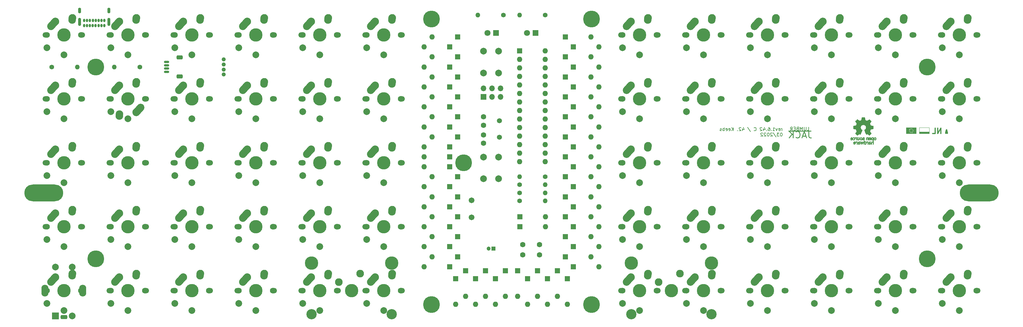
<source format=gbr>
G04 #@! TF.GenerationSoftware,KiCad,Pcbnew,6.0.4-6f826c9f35~116~ubuntu22.04.1*
G04 #@! TF.CreationDate,2022-03-31T12:47:23+02:00*
G04 #@! TF.ProjectId,lumberjack,6c756d62-6572-46a6-9163-6b2e6b696361,1.6*
G04 #@! TF.SameCoordinates,Original*
G04 #@! TF.FileFunction,Soldermask,Bot*
G04 #@! TF.FilePolarity,Negative*
%FSLAX46Y46*%
G04 Gerber Fmt 4.6, Leading zero omitted, Abs format (unit mm)*
G04 Created by KiCad (PCBNEW 6.0.4-6f826c9f35~116~ubuntu22.04.1) date 2022-03-31 12:47:23*
%MOMM*%
%LPD*%
G01*
G04 APERTURE LIST*
G04 Aperture macros list*
%AMRoundRect*
0 Rectangle with rounded corners*
0 $1 Rounding radius*
0 $2 $3 $4 $5 $6 $7 $8 $9 X,Y pos of 4 corners*
0 Add a 4 corners polygon primitive as box body*
4,1,4,$2,$3,$4,$5,$6,$7,$8,$9,$2,$3,0*
0 Add four circle primitives for the rounded corners*
1,1,$1+$1,$2,$3*
1,1,$1+$1,$4,$5*
1,1,$1+$1,$6,$7*
1,1,$1+$1,$8,$9*
0 Add four rect primitives between the rounded corners*
20,1,$1+$1,$2,$3,$4,$5,0*
20,1,$1+$1,$4,$5,$6,$7,0*
20,1,$1+$1,$6,$7,$8,$9,0*
20,1,$1+$1,$8,$9,$2,$3,0*%
%AMHorizOval*
0 Thick line with rounded ends*
0 $1 width*
0 $2 $3 position (X,Y) of the first rounded end (center of the circle)*
0 $4 $5 position (X,Y) of the second rounded end (center of the circle)*
0 Add line between two ends*
20,1,$1,$2,$3,$4,$5,0*
0 Add two circle primitives to create the rounded ends*
1,1,$1,$2,$3*
1,1,$1,$4,$5*%
G04 Aperture macros list end*
%ADD10C,0.200000*%
%ADD11C,0.250000*%
%ADD12C,0.150000*%
%ADD13C,0.300000*%
%ADD14C,0.010000*%
%ADD15C,0.120000*%
%ADD16C,0.500000*%
%ADD17C,0.160000*%
%ADD18C,0.100000*%
%ADD19C,2.000000*%
%ADD20O,2.100000X3.500000*%
%ADD21RoundRect,0.300000X0.700000X-0.300000X0.700000X0.300000X-0.700000X0.300000X-0.700000X-0.300000X0*%
%ADD22R,2.000000X2.000000*%
%ADD23O,0.650000X1.000000*%
%ADD24O,0.900000X2.400000*%
%ADD25O,0.900000X1.700000*%
%ADD26C,5.000000*%
%ADD27C,1.600000*%
%ADD28R,1.800000X1.800000*%
%ADD29C,1.800000*%
%ADD30R,1.600000X1.600000*%
%ADD31O,1.600000X1.600000*%
%ADD32C,1.710000*%
%ADD33R,1.200000X1.200000*%
%ADD34C,1.200000*%
%ADD35O,11.600000X5.000000*%
%ADD36C,3.048000*%
%ADD37C,3.987800*%
%ADD38C,2.286000*%
%ADD39R,1.700000X1.700000*%
%ADD40O,1.700000X1.700000*%
%ADD41C,1.400000*%
%ADD42O,1.400000X1.400000*%
%ADD43C,1.500000*%
%ADD44C,1.700000*%
%ADD45C,1.750000*%
%ADD46C,2.250000*%
%ADD47HorizOval,2.250000X0.019771X0.290016X-0.019771X-0.290016X0*%
%ADD48HorizOval,2.250000X0.654995X0.730004X-0.654995X-0.730004X0*%
%ADD49HorizOval,2.250000X-0.019771X-0.290016X0.019771X0.290016X0*%
%ADD50HorizOval,2.250000X-0.654995X-0.730004X0.654995X0.730004X0*%
%ADD51RoundRect,0.150000X-0.625000X0.150000X-0.625000X-0.150000X0.625000X-0.150000X0.625000X0.150000X0*%
%ADD52RoundRect,0.249999X-0.650001X0.350001X-0.650001X-0.350001X0.650001X-0.350001X0.650001X0.350001X0*%
%ADD53C,1.244600*%
G04 APERTURE END LIST*
D10*
X232981904Y-92847380D02*
X232981904Y-92180714D01*
X232981904Y-92371190D02*
X232934285Y-92275952D01*
X232886666Y-92228333D01*
X232791428Y-92180714D01*
X232696190Y-92180714D01*
X231981904Y-92799761D02*
X232077142Y-92847380D01*
X232267619Y-92847380D01*
X232362857Y-92799761D01*
X232410476Y-92704523D01*
X232410476Y-92323571D01*
X232362857Y-92228333D01*
X232267619Y-92180714D01*
X232077142Y-92180714D01*
X231981904Y-92228333D01*
X231934285Y-92323571D01*
X231934285Y-92418809D01*
X232410476Y-92514047D01*
X231600952Y-92180714D02*
X231362857Y-92847380D01*
X231124761Y-92180714D01*
X230220000Y-92847380D02*
X230791428Y-92847380D01*
X230505714Y-92847380D02*
X230505714Y-91847380D01*
X230600952Y-91990238D01*
X230696190Y-92085476D01*
X230791428Y-92133095D01*
X229791428Y-92752142D02*
X229743809Y-92799761D01*
X229791428Y-92847380D01*
X229839047Y-92799761D01*
X229791428Y-92752142D01*
X229791428Y-92847380D01*
X228886666Y-91847380D02*
X229077142Y-91847380D01*
X229172380Y-91895000D01*
X229220000Y-91942619D01*
X229315238Y-92085476D01*
X229362857Y-92275952D01*
X229362857Y-92656904D01*
X229315238Y-92752142D01*
X229267619Y-92799761D01*
X229172380Y-92847380D01*
X228981904Y-92847380D01*
X228886666Y-92799761D01*
X228839047Y-92752142D01*
X228791428Y-92656904D01*
X228791428Y-92418809D01*
X228839047Y-92323571D01*
X228886666Y-92275952D01*
X228981904Y-92228333D01*
X229172380Y-92228333D01*
X229267619Y-92275952D01*
X229315238Y-92323571D01*
X229362857Y-92418809D01*
X228362857Y-92752142D02*
X228315238Y-92799761D01*
X228362857Y-92847380D01*
X228410476Y-92799761D01*
X228362857Y-92752142D01*
X228362857Y-92847380D01*
X227458095Y-92180714D02*
X227458095Y-92847380D01*
X227696190Y-91799761D02*
X227934285Y-92514047D01*
X227315238Y-92514047D01*
X226981904Y-91942619D02*
X226934285Y-91895000D01*
X226839047Y-91847380D01*
X226600952Y-91847380D01*
X226505714Y-91895000D01*
X226458095Y-91942619D01*
X226410476Y-92037857D01*
X226410476Y-92133095D01*
X226458095Y-92275952D01*
X227029523Y-92847380D01*
X226410476Y-92847380D01*
X224648571Y-92752142D02*
X224696190Y-92799761D01*
X224839047Y-92847380D01*
X224934285Y-92847380D01*
X225077142Y-92799761D01*
X225172380Y-92704523D01*
X225220000Y-92609285D01*
X225267619Y-92418809D01*
X225267619Y-92275952D01*
X225220000Y-92085476D01*
X225172380Y-91990238D01*
X225077142Y-91895000D01*
X224934285Y-91847380D01*
X224839047Y-91847380D01*
X224696190Y-91895000D01*
X224648571Y-91942619D01*
X222743809Y-91799761D02*
X223600952Y-93085476D01*
X221220000Y-92180714D02*
X221220000Y-92847380D01*
X221458095Y-91799761D02*
X221696190Y-92514047D01*
X221077142Y-92514047D01*
X220743809Y-91942619D02*
X220696190Y-91895000D01*
X220600952Y-91847380D01*
X220362857Y-91847380D01*
X220267619Y-91895000D01*
X220220000Y-91942619D01*
X220172380Y-92037857D01*
X220172380Y-92133095D01*
X220220000Y-92275952D01*
X220791428Y-92847380D01*
X220172380Y-92847380D01*
X219743809Y-92752142D02*
X219696190Y-92799761D01*
X219743809Y-92847380D01*
X219791428Y-92799761D01*
X219743809Y-92752142D01*
X219743809Y-92847380D01*
X218505714Y-92847380D02*
X218505714Y-91847380D01*
X217934285Y-92847380D02*
X218362857Y-92275952D01*
X217934285Y-91847380D02*
X218505714Y-92418809D01*
X217124761Y-92799761D02*
X217220000Y-92847380D01*
X217410476Y-92847380D01*
X217505714Y-92799761D01*
X217553333Y-92704523D01*
X217553333Y-92323571D01*
X217505714Y-92228333D01*
X217410476Y-92180714D01*
X217220000Y-92180714D01*
X217124761Y-92228333D01*
X217077142Y-92323571D01*
X217077142Y-92418809D01*
X217553333Y-92514047D01*
X216267619Y-92799761D02*
X216362857Y-92847380D01*
X216553333Y-92847380D01*
X216648571Y-92799761D01*
X216696190Y-92704523D01*
X216696190Y-92323571D01*
X216648571Y-92228333D01*
X216553333Y-92180714D01*
X216362857Y-92180714D01*
X216267619Y-92228333D01*
X216220000Y-92323571D01*
X216220000Y-92418809D01*
X216696190Y-92514047D01*
X215791428Y-92847380D02*
X215791428Y-91847380D01*
X215791428Y-92228333D02*
X215696190Y-92180714D01*
X215505714Y-92180714D01*
X215410476Y-92228333D01*
X215362857Y-92275952D01*
X215315238Y-92371190D01*
X215315238Y-92656904D01*
X215362857Y-92752142D01*
X215410476Y-92799761D01*
X215505714Y-92847380D01*
X215696190Y-92847380D01*
X215791428Y-92799761D01*
X214934285Y-92799761D02*
X214839047Y-92847380D01*
X214648571Y-92847380D01*
X214553333Y-92799761D01*
X214505714Y-92704523D01*
X214505714Y-92656904D01*
X214553333Y-92561666D01*
X214648571Y-92514047D01*
X214791428Y-92514047D01*
X214886666Y-92466428D01*
X214934285Y-92371190D01*
X214934285Y-92323571D01*
X214886666Y-92228333D01*
X214791428Y-92180714D01*
X214648571Y-92180714D01*
X214553333Y-92228333D01*
X232791428Y-93457380D02*
X232696190Y-93457380D01*
X232600952Y-93505000D01*
X232553333Y-93552619D01*
X232505714Y-93647857D01*
X232458095Y-93838333D01*
X232458095Y-94076428D01*
X232505714Y-94266904D01*
X232553333Y-94362142D01*
X232600952Y-94409761D01*
X232696190Y-94457380D01*
X232791428Y-94457380D01*
X232886666Y-94409761D01*
X232934285Y-94362142D01*
X232981904Y-94266904D01*
X233029523Y-94076428D01*
X233029523Y-93838333D01*
X232981904Y-93647857D01*
X232934285Y-93552619D01*
X232886666Y-93505000D01*
X232791428Y-93457380D01*
X232124761Y-93457380D02*
X231505714Y-93457380D01*
X231839047Y-93838333D01*
X231696190Y-93838333D01*
X231600952Y-93885952D01*
X231553333Y-93933571D01*
X231505714Y-94028809D01*
X231505714Y-94266904D01*
X231553333Y-94362142D01*
X231600952Y-94409761D01*
X231696190Y-94457380D01*
X231981904Y-94457380D01*
X232077142Y-94409761D01*
X232124761Y-94362142D01*
X230362857Y-93409761D02*
X231220000Y-94695476D01*
X230077142Y-93552619D02*
X230029523Y-93505000D01*
X229934285Y-93457380D01*
X229696190Y-93457380D01*
X229600952Y-93505000D01*
X229553333Y-93552619D01*
X229505714Y-93647857D01*
X229505714Y-93743095D01*
X229553333Y-93885952D01*
X230124761Y-94457380D01*
X229505714Y-94457380D01*
X228886666Y-93457380D02*
X228791428Y-93457380D01*
X228696190Y-93505000D01*
X228648571Y-93552619D01*
X228600952Y-93647857D01*
X228553333Y-93838333D01*
X228553333Y-94076428D01*
X228600952Y-94266904D01*
X228648571Y-94362142D01*
X228696190Y-94409761D01*
X228791428Y-94457380D01*
X228886666Y-94457380D01*
X228981904Y-94409761D01*
X229029523Y-94362142D01*
X229077142Y-94266904D01*
X229124761Y-94076428D01*
X229124761Y-93838333D01*
X229077142Y-93647857D01*
X229029523Y-93552619D01*
X228981904Y-93505000D01*
X228886666Y-93457380D01*
X228172380Y-93552619D02*
X228124761Y-93505000D01*
X228029523Y-93457380D01*
X227791428Y-93457380D01*
X227696190Y-93505000D01*
X227648571Y-93552619D01*
X227600952Y-93647857D01*
X227600952Y-93743095D01*
X227648571Y-93885952D01*
X228220000Y-94457380D01*
X227600952Y-94457380D01*
X227220000Y-93552619D02*
X227172380Y-93505000D01*
X227077142Y-93457380D01*
X226839047Y-93457380D01*
X226743809Y-93505000D01*
X226696190Y-93552619D01*
X226648571Y-93647857D01*
X226648571Y-93743095D01*
X226696190Y-93885952D01*
X227267619Y-94457380D01*
X226648571Y-94457380D01*
D11*
X240886428Y-92973511D02*
X240886428Y-94402083D01*
X240981666Y-94687797D01*
X241172142Y-94878273D01*
X241457857Y-94973511D01*
X241648333Y-94973511D01*
X240029285Y-94402083D02*
X239076904Y-94402083D01*
X240219761Y-94973511D02*
X239553095Y-92973511D01*
X238886428Y-94973511D01*
X237076904Y-94783035D02*
X237172142Y-94878273D01*
X237457857Y-94973511D01*
X237648333Y-94973511D01*
X237934047Y-94878273D01*
X238124523Y-94687797D01*
X238219761Y-94497321D01*
X238315000Y-94116369D01*
X238315000Y-93830654D01*
X238219761Y-93449702D01*
X238124523Y-93259226D01*
X237934047Y-93068750D01*
X237648333Y-92973511D01*
X237457857Y-92973511D01*
X237172142Y-93068750D01*
X237076904Y-93163988D01*
X236219761Y-94973511D02*
X236219761Y-92973511D01*
X235076904Y-94973511D02*
X235934047Y-93830654D01*
X235076904Y-92973511D02*
X236219761Y-94116369D01*
D12*
X240463095Y-92721130D02*
X240939285Y-92721130D01*
X240939285Y-91721130D01*
X240129761Y-91721130D02*
X240129761Y-92530654D01*
X240082142Y-92625892D01*
X240034523Y-92673511D01*
X239939285Y-92721130D01*
X239748809Y-92721130D01*
X239653571Y-92673511D01*
X239605952Y-92625892D01*
X239558333Y-92530654D01*
X239558333Y-91721130D01*
X239082142Y-92721130D02*
X239082142Y-91721130D01*
X238748809Y-92435416D01*
X238415476Y-91721130D01*
X238415476Y-92721130D01*
X237605952Y-92197321D02*
X237463095Y-92244940D01*
X237415476Y-92292559D01*
X237367857Y-92387797D01*
X237367857Y-92530654D01*
X237415476Y-92625892D01*
X237463095Y-92673511D01*
X237558333Y-92721130D01*
X237939285Y-92721130D01*
X237939285Y-91721130D01*
X237605952Y-91721130D01*
X237510714Y-91768750D01*
X237463095Y-91816369D01*
X237415476Y-91911607D01*
X237415476Y-92006845D01*
X237463095Y-92102083D01*
X237510714Y-92149702D01*
X237605952Y-92197321D01*
X237939285Y-92197321D01*
X236939285Y-92197321D02*
X236605952Y-92197321D01*
X236463095Y-92721130D02*
X236939285Y-92721130D01*
X236939285Y-91721130D01*
X236463095Y-91721130D01*
X235463095Y-92721130D02*
X235796428Y-92244940D01*
X236034523Y-92721130D02*
X236034523Y-91721130D01*
X235653571Y-91721130D01*
X235558333Y-91768750D01*
X235510714Y-91816369D01*
X235463095Y-91911607D01*
X235463095Y-92054464D01*
X235510714Y-92149702D01*
X235558333Y-92197321D01*
X235653571Y-92244940D01*
X236034523Y-92244940D01*
D13*
X280254761Y-93623809D02*
X280254761Y-92023809D01*
X279340476Y-93623809D01*
X279340476Y-92023809D01*
X277816666Y-93623809D02*
X278578571Y-93623809D01*
X278578571Y-92023809D01*
G36*
X259443722Y-96658750D02*
G01*
X259423360Y-96744596D01*
X259378067Y-96809162D01*
X259305593Y-96855687D01*
X259268140Y-96867006D01*
X259203990Y-96875828D01*
X259133840Y-96877935D01*
X259070548Y-96873080D01*
X259026976Y-96861018D01*
X259000512Y-96851356D01*
X258974601Y-96861018D01*
X258965123Y-96866616D01*
X258927294Y-96875693D01*
X258876132Y-96879276D01*
X258795922Y-96879276D01*
X258795922Y-96592607D01*
X258979737Y-96592607D01*
X258985915Y-96641503D01*
X259010297Y-96684515D01*
X259024249Y-96693824D01*
X259074051Y-96708333D01*
X259136225Y-96711955D01*
X259197196Y-96704595D01*
X259243388Y-96686158D01*
X259266399Y-96661780D01*
X259280527Y-96618463D01*
X259267998Y-96584126D01*
X259226582Y-96554270D01*
X259160005Y-96535116D01*
X259072182Y-96528355D01*
X258979737Y-96528355D01*
X258979737Y-96592607D01*
X258795922Y-96592607D01*
X258795922Y-96555892D01*
X258795928Y-96527926D01*
X258796232Y-96422517D01*
X258797376Y-96344151D01*
X258799877Y-96287621D01*
X258804256Y-96247720D01*
X258811032Y-96219242D01*
X258820725Y-96196980D01*
X258833853Y-96175728D01*
X258876084Y-96125930D01*
X258935930Y-96087910D01*
X259014543Y-96066934D01*
X259118136Y-96060486D01*
X259121503Y-96060493D01*
X259193513Y-96063745D01*
X259257966Y-96071853D01*
X259301952Y-96083220D01*
X259314010Y-96088916D01*
X259352391Y-96113039D01*
X259387124Y-96141710D01*
X259409977Y-96167510D01*
X259412716Y-96183023D01*
X259407370Y-96187215D01*
X259349127Y-96231968D01*
X259310181Y-96258363D01*
X259284431Y-96269012D01*
X259265772Y-96266530D01*
X259248101Y-96253532D01*
X259215490Y-96237306D01*
X259160533Y-96226487D01*
X259098420Y-96223681D01*
X259042217Y-96229392D01*
X259004984Y-96244126D01*
X259003025Y-96245919D01*
X258986294Y-96279600D01*
X258979737Y-96329875D01*
X258979737Y-96394671D01*
X259134310Y-96394733D01*
X259205314Y-96395857D01*
X259265082Y-96400746D01*
X259307837Y-96410805D01*
X259342380Y-96427415D01*
X259350419Y-96432517D01*
X259408576Y-96488597D01*
X259439510Y-96562754D01*
X259442125Y-96618463D01*
X259443912Y-96656546D01*
X259443722Y-96658750D01*
G37*
D14*
X259443722Y-96658750D02*
X259423360Y-96744596D01*
X259378067Y-96809162D01*
X259305593Y-96855687D01*
X259268140Y-96867006D01*
X259203990Y-96875828D01*
X259133840Y-96877935D01*
X259070548Y-96873080D01*
X259026976Y-96861018D01*
X259000512Y-96851356D01*
X258974601Y-96861018D01*
X258965123Y-96866616D01*
X258927294Y-96875693D01*
X258876132Y-96879276D01*
X258795922Y-96879276D01*
X258795922Y-96592607D01*
X258979737Y-96592607D01*
X258985915Y-96641503D01*
X259010297Y-96684515D01*
X259024249Y-96693824D01*
X259074051Y-96708333D01*
X259136225Y-96711955D01*
X259197196Y-96704595D01*
X259243388Y-96686158D01*
X259266399Y-96661780D01*
X259280527Y-96618463D01*
X259267998Y-96584126D01*
X259226582Y-96554270D01*
X259160005Y-96535116D01*
X259072182Y-96528355D01*
X258979737Y-96528355D01*
X258979737Y-96592607D01*
X258795922Y-96592607D01*
X258795922Y-96555892D01*
X258795928Y-96527926D01*
X258796232Y-96422517D01*
X258797376Y-96344151D01*
X258799877Y-96287621D01*
X258804256Y-96247720D01*
X258811032Y-96219242D01*
X258820725Y-96196980D01*
X258833853Y-96175728D01*
X258876084Y-96125930D01*
X258935930Y-96087910D01*
X259014543Y-96066934D01*
X259118136Y-96060486D01*
X259121503Y-96060493D01*
X259193513Y-96063745D01*
X259257966Y-96071853D01*
X259301952Y-96083220D01*
X259314010Y-96088916D01*
X259352391Y-96113039D01*
X259387124Y-96141710D01*
X259409977Y-96167510D01*
X259412716Y-96183023D01*
X259407370Y-96187215D01*
X259349127Y-96231968D01*
X259310181Y-96258363D01*
X259284431Y-96269012D01*
X259265772Y-96266530D01*
X259248101Y-96253532D01*
X259215490Y-96237306D01*
X259160533Y-96226487D01*
X259098420Y-96223681D01*
X259042217Y-96229392D01*
X259004984Y-96244126D01*
X259003025Y-96245919D01*
X258986294Y-96279600D01*
X258979737Y-96329875D01*
X258979737Y-96394671D01*
X259134310Y-96394733D01*
X259205314Y-96395857D01*
X259265082Y-96400746D01*
X259307837Y-96410805D01*
X259342380Y-96427415D01*
X259350419Y-96432517D01*
X259408576Y-96488597D01*
X259439510Y-96562754D01*
X259442125Y-96618463D01*
X259443912Y-96656546D01*
X259443722Y-96658750D01*
G36*
X260111875Y-96875972D02*
G01*
X260024145Y-96870921D01*
X260019974Y-96603552D01*
X260018740Y-96538538D01*
X260015237Y-96440861D01*
X260009224Y-96369184D01*
X259999597Y-96318690D01*
X259985249Y-96284560D01*
X259965075Y-96261977D01*
X259937970Y-96246122D01*
X259887112Y-96229930D01*
X259836534Y-96236222D01*
X259783125Y-96270827D01*
X259731711Y-96314089D01*
X259731711Y-96879276D01*
X259547895Y-96879276D01*
X259547895Y-96572760D01*
X259548072Y-96476685D01*
X259549049Y-96391312D01*
X259551399Y-96328821D01*
X259555691Y-96283544D01*
X259562495Y-96249818D01*
X259572378Y-96221977D01*
X259585910Y-96194355D01*
X259589119Y-96188491D01*
X259631792Y-96131377D01*
X259681735Y-96091464D01*
X259741948Y-96070506D01*
X259821680Y-96061177D01*
X259901527Y-96066230D01*
X259966488Y-96085955D01*
X260015790Y-96111450D01*
X260015790Y-95559681D01*
X259948237Y-95594892D01*
X259920019Y-95607684D01*
X259830950Y-95625773D01*
X259742434Y-95613271D01*
X259660381Y-95571702D01*
X259590704Y-95502593D01*
X259579789Y-95486350D01*
X259569298Y-95462540D01*
X259562455Y-95430168D01*
X259558504Y-95383021D01*
X259556688Y-95314885D01*
X259556362Y-95243892D01*
X259732891Y-95243892D01*
X259733040Y-95303181D01*
X259737573Y-95342719D01*
X259747760Y-95370939D01*
X259764872Y-95396269D01*
X259786610Y-95419819D01*
X259821372Y-95437642D01*
X259873750Y-95442171D01*
X259920020Y-95438230D01*
X259965817Y-95418509D01*
X259995312Y-95378559D01*
X260011104Y-95314350D01*
X260015790Y-95221851D01*
X260014578Y-95172644D01*
X260002481Y-95079756D01*
X259977523Y-95016946D01*
X259939844Y-94984656D01*
X259901789Y-94975572D01*
X259835513Y-94979831D01*
X259779516Y-95006202D01*
X259766114Y-95018295D01*
X259751913Y-95039217D01*
X259743133Y-95070361D01*
X259737919Y-95119460D01*
X259734416Y-95194248D01*
X259732891Y-95243892D01*
X259556362Y-95243892D01*
X259556250Y-95219547D01*
X259556400Y-95176046D01*
X259558962Y-95074861D01*
X259566097Y-94999272D01*
X259579606Y-94943567D01*
X259601294Y-94902033D01*
X259632960Y-94868956D01*
X259676408Y-94838624D01*
X259711640Y-94821218D01*
X259795173Y-94802021D01*
X259883222Y-94804637D01*
X259961481Y-94829522D01*
X259995067Y-94845789D01*
X260011960Y-94847470D01*
X260015790Y-94832666D01*
X260015794Y-94832218D01*
X260024048Y-94817101D01*
X260052517Y-94809353D01*
X260107698Y-94807171D01*
X260199606Y-94807171D01*
X260199606Y-96881023D01*
X260111875Y-96875972D01*
G37*
X260111875Y-96875972D02*
X260024145Y-96870921D01*
X260019974Y-96603552D01*
X260018740Y-96538538D01*
X260015237Y-96440861D01*
X260009224Y-96369184D01*
X259999597Y-96318690D01*
X259985249Y-96284560D01*
X259965075Y-96261977D01*
X259937970Y-96246122D01*
X259887112Y-96229930D01*
X259836534Y-96236222D01*
X259783125Y-96270827D01*
X259731711Y-96314089D01*
X259731711Y-96879276D01*
X259547895Y-96879276D01*
X259547895Y-96572760D01*
X259548072Y-96476685D01*
X259549049Y-96391312D01*
X259551399Y-96328821D01*
X259555691Y-96283544D01*
X259562495Y-96249818D01*
X259572378Y-96221977D01*
X259585910Y-96194355D01*
X259589119Y-96188491D01*
X259631792Y-96131377D01*
X259681735Y-96091464D01*
X259741948Y-96070506D01*
X259821680Y-96061177D01*
X259901527Y-96066230D01*
X259966488Y-96085955D01*
X260015790Y-96111450D01*
X260015790Y-95559681D01*
X259948237Y-95594892D01*
X259920019Y-95607684D01*
X259830950Y-95625773D01*
X259742434Y-95613271D01*
X259660381Y-95571702D01*
X259590704Y-95502593D01*
X259579789Y-95486350D01*
X259569298Y-95462540D01*
X259562455Y-95430168D01*
X259558504Y-95383021D01*
X259556688Y-95314885D01*
X259556362Y-95243892D01*
X259732891Y-95243892D01*
X259733040Y-95303181D01*
X259737573Y-95342719D01*
X259747760Y-95370939D01*
X259764872Y-95396269D01*
X259786610Y-95419819D01*
X259821372Y-95437642D01*
X259873750Y-95442171D01*
X259920020Y-95438230D01*
X259965817Y-95418509D01*
X259995312Y-95378559D01*
X260011104Y-95314350D01*
X260015790Y-95221851D01*
X260014578Y-95172644D01*
X260002481Y-95079756D01*
X259977523Y-95016946D01*
X259939844Y-94984656D01*
X259901789Y-94975572D01*
X259835513Y-94979831D01*
X259779516Y-95006202D01*
X259766114Y-95018295D01*
X259751913Y-95039217D01*
X259743133Y-95070361D01*
X259737919Y-95119460D01*
X259734416Y-95194248D01*
X259732891Y-95243892D01*
X259556362Y-95243892D01*
X259556250Y-95219547D01*
X259556400Y-95176046D01*
X259558962Y-95074861D01*
X259566097Y-94999272D01*
X259579606Y-94943567D01*
X259601294Y-94902033D01*
X259632960Y-94868956D01*
X259676408Y-94838624D01*
X259711640Y-94821218D01*
X259795173Y-94802021D01*
X259883222Y-94804637D01*
X259961481Y-94829522D01*
X259995067Y-94845789D01*
X260011960Y-94847470D01*
X260015790Y-94832666D01*
X260015794Y-94832218D01*
X260024048Y-94817101D01*
X260052517Y-94809353D01*
X260107698Y-94807171D01*
X260199606Y-94807171D01*
X260199606Y-96881023D01*
X260111875Y-96875972D01*
G36*
X258090868Y-96603851D02*
G01*
X258086608Y-96653616D01*
X258085878Y-96658177D01*
X258057206Y-96739754D01*
X258004846Y-96808915D01*
X257936158Y-96855771D01*
X257862396Y-96875166D01*
X257771668Y-96873661D01*
X257688205Y-96847656D01*
X257666465Y-96836682D01*
X257638510Y-96824924D01*
X257627872Y-96828582D01*
X257626185Y-96847656D01*
X257625410Y-96857168D01*
X257615407Y-96871235D01*
X257587623Y-96877712D01*
X257534277Y-96879276D01*
X257442369Y-96879276D01*
X257442369Y-96478078D01*
X257626185Y-96478078D01*
X257627502Y-96547582D01*
X257632848Y-96593856D01*
X257644262Y-96625557D01*
X257663783Y-96652123D01*
X257715329Y-96691623D01*
X257775650Y-96704865D01*
X257834144Y-96688490D01*
X257883410Y-96642810D01*
X257896432Y-96609384D01*
X257906051Y-96550191D01*
X257910280Y-96478376D01*
X257908948Y-96404717D01*
X257901884Y-96339989D01*
X257888917Y-96294972D01*
X257884774Y-96287590D01*
X257844840Y-96250488D01*
X257790722Y-96234051D01*
X257732600Y-96237874D01*
X257680653Y-96261552D01*
X257645063Y-96304679D01*
X257643592Y-96308306D01*
X257634767Y-96348776D01*
X257628542Y-96409249D01*
X257626185Y-96478078D01*
X257442369Y-96478078D01*
X257442369Y-95742960D01*
X257626185Y-95742960D01*
X257626185Y-96132482D01*
X257660232Y-96101670D01*
X257693014Y-96082519D01*
X257755059Y-96066510D01*
X257827589Y-96061352D01*
X257898419Y-96067685D01*
X257955368Y-96086150D01*
X257996128Y-96112416D01*
X258038113Y-96157162D01*
X258066370Y-96217338D01*
X258083355Y-96298738D01*
X258091528Y-96407155D01*
X258092729Y-96450980D01*
X258092816Y-96478376D01*
X258092986Y-96532409D01*
X258090868Y-96603851D01*
G37*
X258090868Y-96603851D02*
X258086608Y-96653616D01*
X258085878Y-96658177D01*
X258057206Y-96739754D01*
X258004846Y-96808915D01*
X257936158Y-96855771D01*
X257862396Y-96875166D01*
X257771668Y-96873661D01*
X257688205Y-96847656D01*
X257666465Y-96836682D01*
X257638510Y-96824924D01*
X257627872Y-96828582D01*
X257626185Y-96847656D01*
X257625410Y-96857168D01*
X257615407Y-96871235D01*
X257587623Y-96877712D01*
X257534277Y-96879276D01*
X257442369Y-96879276D01*
X257442369Y-96478078D01*
X257626185Y-96478078D01*
X257627502Y-96547582D01*
X257632848Y-96593856D01*
X257644262Y-96625557D01*
X257663783Y-96652123D01*
X257715329Y-96691623D01*
X257775650Y-96704865D01*
X257834144Y-96688490D01*
X257883410Y-96642810D01*
X257896432Y-96609384D01*
X257906051Y-96550191D01*
X257910280Y-96478376D01*
X257908948Y-96404717D01*
X257901884Y-96339989D01*
X257888917Y-96294972D01*
X257884774Y-96287590D01*
X257844840Y-96250488D01*
X257790722Y-96234051D01*
X257732600Y-96237874D01*
X257680653Y-96261552D01*
X257645063Y-96304679D01*
X257643592Y-96308306D01*
X257634767Y-96348776D01*
X257628542Y-96409249D01*
X257626185Y-96478078D01*
X257442369Y-96478078D01*
X257442369Y-95742960D01*
X257626185Y-95742960D01*
X257626185Y-96132482D01*
X257660232Y-96101670D01*
X257693014Y-96082519D01*
X257755059Y-96066510D01*
X257827589Y-96061352D01*
X257898419Y-96067685D01*
X257955368Y-96086150D01*
X257996128Y-96112416D01*
X258038113Y-96157162D01*
X258066370Y-96217338D01*
X258083355Y-96298738D01*
X258091528Y-96407155D01*
X258092729Y-96450980D01*
X258092816Y-96478376D01*
X258092986Y-96532409D01*
X258090868Y-96603851D01*
G36*
X254866245Y-96532248D02*
G01*
X254846455Y-96651544D01*
X254805734Y-96745348D01*
X254743724Y-96814331D01*
X254660066Y-96859162D01*
X254633037Y-96867082D01*
X254536524Y-96878145D01*
X254434615Y-96868809D01*
X254342566Y-96839996D01*
X254310138Y-96823642D01*
X254263643Y-96795628D01*
X254235465Y-96772577D01*
X254231305Y-96767310D01*
X254223522Y-96748049D01*
X254234736Y-96727111D01*
X254268886Y-96695400D01*
X254285367Y-96681595D01*
X254317832Y-96656333D01*
X254334855Y-96646008D01*
X254339732Y-96647071D01*
X254367681Y-96658569D01*
X254409408Y-96678750D01*
X254423013Y-96685388D01*
X254503271Y-96710039D01*
X254572997Y-96703685D01*
X254634140Y-96666217D01*
X254641255Y-96659294D01*
X254675268Y-96615928D01*
X254694702Y-96574309D01*
X254705466Y-96528355D01*
X254200527Y-96528355D01*
X254200620Y-96440625D01*
X254200673Y-96431900D01*
X254207490Y-96361513D01*
X254384343Y-96361513D01*
X254386431Y-96376111D01*
X254397152Y-96386172D01*
X254422707Y-96391756D01*
X254469289Y-96394158D01*
X254543093Y-96394671D01*
X254584124Y-96394139D01*
X254644688Y-96391030D01*
X254686345Y-96385762D01*
X254701843Y-96379048D01*
X254688626Y-96323783D01*
X254649930Y-96272202D01*
X254594121Y-96236416D01*
X254529651Y-96224038D01*
X254482185Y-96237992D01*
X254434738Y-96272103D01*
X254398669Y-96316546D01*
X254384343Y-96361513D01*
X254207490Y-96361513D01*
X254211127Y-96323966D01*
X254241555Y-96236163D01*
X254294649Y-96160473D01*
X254327038Y-96128455D01*
X254393932Y-96085595D01*
X254473807Y-96064828D01*
X254574700Y-96063368D01*
X254623435Y-96069093D01*
X254713396Y-96098821D01*
X254782271Y-96152928D01*
X254830664Y-96232248D01*
X254859179Y-96337616D01*
X254862074Y-96379048D01*
X254868418Y-96469868D01*
X254866245Y-96532248D01*
G37*
X254866245Y-96532248D02*
X254846455Y-96651544D01*
X254805734Y-96745348D01*
X254743724Y-96814331D01*
X254660066Y-96859162D01*
X254633037Y-96867082D01*
X254536524Y-96878145D01*
X254434615Y-96868809D01*
X254342566Y-96839996D01*
X254310138Y-96823642D01*
X254263643Y-96795628D01*
X254235465Y-96772577D01*
X254231305Y-96767310D01*
X254223522Y-96748049D01*
X254234736Y-96727111D01*
X254268886Y-96695400D01*
X254285367Y-96681595D01*
X254317832Y-96656333D01*
X254334855Y-96646008D01*
X254339732Y-96647071D01*
X254367681Y-96658569D01*
X254409408Y-96678750D01*
X254423013Y-96685388D01*
X254503271Y-96710039D01*
X254572997Y-96703685D01*
X254634140Y-96666217D01*
X254641255Y-96659294D01*
X254675268Y-96615928D01*
X254694702Y-96574309D01*
X254705466Y-96528355D01*
X254200527Y-96528355D01*
X254200620Y-96440625D01*
X254200673Y-96431900D01*
X254207490Y-96361513D01*
X254384343Y-96361513D01*
X254386431Y-96376111D01*
X254397152Y-96386172D01*
X254422707Y-96391756D01*
X254469289Y-96394158D01*
X254543093Y-96394671D01*
X254584124Y-96394139D01*
X254644688Y-96391030D01*
X254686345Y-96385762D01*
X254701843Y-96379048D01*
X254688626Y-96323783D01*
X254649930Y-96272202D01*
X254594121Y-96236416D01*
X254529651Y-96224038D01*
X254482185Y-96237992D01*
X254434738Y-96272103D01*
X254398669Y-96316546D01*
X254384343Y-96361513D01*
X254207490Y-96361513D01*
X254211127Y-96323966D01*
X254241555Y-96236163D01*
X254294649Y-96160473D01*
X254327038Y-96128455D01*
X254393932Y-96085595D01*
X254473807Y-96064828D01*
X254574700Y-96063368D01*
X254623435Y-96069093D01*
X254713396Y-96098821D01*
X254782271Y-96152928D01*
X254830664Y-96232248D01*
X254859179Y-96337616D01*
X254862074Y-96379048D01*
X254868418Y-96469868D01*
X254866245Y-96532248D01*
G36*
X258628816Y-96879276D02*
G01*
X258461711Y-96879276D01*
X258461711Y-96621351D01*
X258461526Y-96561355D01*
X258459626Y-96461987D01*
X258454816Y-96388423D01*
X258446052Y-96335577D01*
X258432290Y-96298364D01*
X258412487Y-96271699D01*
X258385600Y-96250496D01*
X258356248Y-96234697D01*
X258321491Y-96230217D01*
X258272058Y-96240179D01*
X258256173Y-96244326D01*
X258216520Y-96250568D01*
X258188167Y-96241625D01*
X258155306Y-96213945D01*
X258149070Y-96207925D01*
X258114594Y-96170687D01*
X258092361Y-96140410D01*
X258089311Y-96133116D01*
X258095354Y-96106182D01*
X258125998Y-96084648D01*
X258174363Y-96069536D01*
X258233566Y-96061864D01*
X258296728Y-96062654D01*
X258356967Y-96072925D01*
X258407402Y-96093698D01*
X258423388Y-96103398D01*
X258450302Y-96117595D01*
X258460264Y-96114344D01*
X258461711Y-96093636D01*
X258462050Y-96086201D01*
X258470112Y-96069732D01*
X258495119Y-96062236D01*
X258545264Y-96060460D01*
X258628816Y-96060460D01*
X258628816Y-96879276D01*
G37*
X258628816Y-96879276D02*
X258461711Y-96879276D01*
X258461711Y-96621351D01*
X258461526Y-96561355D01*
X258459626Y-96461987D01*
X258454816Y-96388423D01*
X258446052Y-96335577D01*
X258432290Y-96298364D01*
X258412487Y-96271699D01*
X258385600Y-96250496D01*
X258356248Y-96234697D01*
X258321491Y-96230217D01*
X258272058Y-96240179D01*
X258256173Y-96244326D01*
X258216520Y-96250568D01*
X258188167Y-96241625D01*
X258155306Y-96213945D01*
X258149070Y-96207925D01*
X258114594Y-96170687D01*
X258092361Y-96140410D01*
X258089311Y-96133116D01*
X258095354Y-96106182D01*
X258125998Y-96084648D01*
X258174363Y-96069536D01*
X258233566Y-96061864D01*
X258296728Y-96062654D01*
X258356967Y-96072925D01*
X258407402Y-96093698D01*
X258423388Y-96103398D01*
X258450302Y-96117595D01*
X258460264Y-96114344D01*
X258461711Y-96093636D01*
X258462050Y-96086201D01*
X258470112Y-96069732D01*
X258495119Y-96062236D01*
X258545264Y-96060460D01*
X258628816Y-96060460D01*
X258628816Y-96879276D01*
G36*
X257659254Y-89267326D02*
G01*
X257734803Y-89668072D01*
X258013567Y-89782988D01*
X258292332Y-89897904D01*
X258626756Y-89670498D01*
X258692946Y-89625667D01*
X258780693Y-89566821D01*
X258856663Y-89516560D01*
X258916911Y-89477465D01*
X258957491Y-89452115D01*
X258974457Y-89443092D01*
X258984877Y-89449509D01*
X259016025Y-89476397D01*
X259063161Y-89520524D01*
X259122293Y-89577837D01*
X259189426Y-89644285D01*
X259260566Y-89715815D01*
X259331719Y-89788376D01*
X259398892Y-89857917D01*
X259458090Y-89920385D01*
X259505319Y-89971728D01*
X259536586Y-90007895D01*
X259547895Y-90024833D01*
X259545264Y-90032111D01*
X259527048Y-90064574D01*
X259493782Y-90117999D01*
X259448164Y-90188199D01*
X259392890Y-90270986D01*
X259330658Y-90362171D01*
X259296506Y-90411902D01*
X259237757Y-90498481D01*
X259187388Y-90574041D01*
X259148086Y-90634483D01*
X259122535Y-90675711D01*
X259113422Y-90693626D01*
X259113571Y-90694619D01*
X259121611Y-90717330D01*
X259140054Y-90763705D01*
X259166331Y-90827687D01*
X259197871Y-90903218D01*
X259232102Y-90984239D01*
X259266454Y-91064693D01*
X259298355Y-91138522D01*
X259325235Y-91199668D01*
X259344522Y-91242072D01*
X259353646Y-91259676D01*
X259359045Y-91261238D01*
X259391846Y-91268281D01*
X259450306Y-91279949D01*
X259529746Y-91295330D01*
X259625486Y-91313510D01*
X259732846Y-91333580D01*
X259789431Y-91344221D01*
X259893289Y-91364523D01*
X259984097Y-91383272D01*
X260056891Y-91399392D01*
X260106708Y-91411806D01*
X260128586Y-91419436D01*
X260132516Y-91427000D01*
X260139034Y-91463959D01*
X260144156Y-91525515D01*
X260147884Y-91605877D01*
X260150223Y-91699253D01*
X260151177Y-91799851D01*
X260150749Y-91901878D01*
X260148945Y-91999543D01*
X260145766Y-92087054D01*
X260141219Y-92158619D01*
X260135306Y-92208446D01*
X260128031Y-92230743D01*
X260123617Y-92233258D01*
X260090694Y-92244046D01*
X260033582Y-92258319D01*
X259958882Y-92274514D01*
X259873196Y-92291069D01*
X259844285Y-92296342D01*
X259710755Y-92320863D01*
X259605813Y-92340571D01*
X259525820Y-92356281D01*
X259467139Y-92368812D01*
X259426132Y-92378979D01*
X259399161Y-92387601D01*
X259382588Y-92395495D01*
X259372775Y-92403477D01*
X259371635Y-92404817D01*
X259355588Y-92432747D01*
X259331843Y-92483854D01*
X259302701Y-92552142D01*
X259270463Y-92631616D01*
X259237430Y-92716279D01*
X259205904Y-92800137D01*
X259178186Y-92877194D01*
X259156577Y-92941454D01*
X259143379Y-92986922D01*
X259140893Y-93007602D01*
X259142555Y-93010285D01*
X259159765Y-93036234D01*
X259192130Y-93084095D01*
X259236650Y-93149460D01*
X259290323Y-93227920D01*
X259350149Y-93315065D01*
X259366567Y-93339042D01*
X259424303Y-93425045D01*
X259474200Y-93501961D01*
X259513409Y-93565227D01*
X259539083Y-93610282D01*
X259548374Y-93632565D01*
X259546372Y-93638423D01*
X259525503Y-93667291D01*
X259484331Y-93714430D01*
X259425803Y-93776670D01*
X259352867Y-93850837D01*
X259268473Y-93933758D01*
X259220234Y-93980171D01*
X259143962Y-94052458D01*
X259077205Y-94114374D01*
X259023546Y-94162661D01*
X258986570Y-94194057D01*
X258969863Y-94205304D01*
X258958385Y-94201134D01*
X258923045Y-94181413D01*
X258871723Y-94149160D01*
X258811113Y-94108461D01*
X258768020Y-94078761D01*
X258681987Y-94019780D01*
X258590179Y-93957140D01*
X258506323Y-93900219D01*
X258342053Y-93789109D01*
X258204160Y-93863666D01*
X258171690Y-93880875D01*
X258112642Y-93910310D01*
X258066979Y-93930633D01*
X258042574Y-93938210D01*
X258034588Y-93928480D01*
X258014756Y-93891429D01*
X257985462Y-93830343D01*
X257948338Y-93749099D01*
X257905013Y-93651573D01*
X257857118Y-93541641D01*
X257806281Y-93423182D01*
X257754133Y-93300071D01*
X257702304Y-93176185D01*
X257652424Y-93055400D01*
X257606123Y-92941594D01*
X257565031Y-92838643D01*
X257530778Y-92750423D01*
X257504993Y-92680812D01*
X257489308Y-92633686D01*
X257485351Y-92612922D01*
X257485619Y-92612315D01*
X257504050Y-92593120D01*
X257542602Y-92563056D01*
X257593316Y-92528359D01*
X257609324Y-92517764D01*
X257731125Y-92417248D01*
X257831929Y-92297527D01*
X257909351Y-92163584D01*
X257961004Y-92020403D01*
X257984500Y-91872966D01*
X257977454Y-91726257D01*
X257948910Y-91595770D01*
X257897659Y-91464007D01*
X257822945Y-91346456D01*
X257720414Y-91234792D01*
X257680127Y-91199119D01*
X257549889Y-91111230D01*
X257409197Y-91052038D01*
X257262127Y-91021015D01*
X257112758Y-91017629D01*
X256965167Y-91041352D01*
X256823429Y-91091654D01*
X256691623Y-91168005D01*
X256573826Y-91269875D01*
X256474114Y-91396734D01*
X256454943Y-91428150D01*
X256389783Y-91571742D01*
X256355177Y-91721267D01*
X256350218Y-91872855D01*
X256374001Y-92022632D01*
X256425619Y-92166726D01*
X256504166Y-92301265D01*
X256608736Y-92422375D01*
X256738422Y-92526184D01*
X256742634Y-92528982D01*
X256792810Y-92564340D01*
X256830417Y-92594403D01*
X256847594Y-92612922D01*
X256845426Y-92627440D01*
X256831951Y-92669715D01*
X256808058Y-92735236D01*
X256775375Y-92820127D01*
X256735533Y-92920509D01*
X256690160Y-93032507D01*
X256640887Y-93152241D01*
X256589341Y-93275834D01*
X256537154Y-93399409D01*
X256485953Y-93519089D01*
X256437368Y-93630995D01*
X256393030Y-93731250D01*
X256354566Y-93815977D01*
X256323606Y-93881297D01*
X256301779Y-93923334D01*
X256290716Y-93938210D01*
X256281516Y-93936196D01*
X256245371Y-93921716D01*
X256191951Y-93896328D01*
X256129131Y-93863666D01*
X255991238Y-93789109D01*
X255826968Y-93900219D01*
X255778436Y-93933120D01*
X255688166Y-93994595D01*
X255598171Y-94056168D01*
X255522177Y-94108461D01*
X255480237Y-94136959D01*
X255425726Y-94172366D01*
X255385309Y-94196605D01*
X255365568Y-94205592D01*
X255357087Y-94201776D01*
X255326429Y-94178406D01*
X255279168Y-94137260D01*
X255219416Y-94082385D01*
X255151288Y-94017827D01*
X255078896Y-93947635D01*
X255006356Y-93875856D01*
X254937780Y-93806536D01*
X254877282Y-93743723D01*
X254828976Y-93691464D01*
X254796976Y-93653807D01*
X254785395Y-93634798D01*
X254786063Y-93631181D01*
X254799847Y-93601743D01*
X254829292Y-93550812D01*
X254871553Y-93482988D01*
X254923785Y-93402873D01*
X254983142Y-93315065D01*
X254999789Y-93290846D01*
X255058244Y-93205618D01*
X255109733Y-93130271D01*
X255151256Y-93069213D01*
X255179811Y-93026854D01*
X255192398Y-93007602D01*
X255192707Y-93006777D01*
X255188993Y-92983223D01*
X255174807Y-92935509D01*
X255152451Y-92869629D01*
X255124227Y-92791580D01*
X255092435Y-92707357D01*
X255059378Y-92622955D01*
X255027356Y-92544371D01*
X254998671Y-92477600D01*
X254975623Y-92428636D01*
X254960515Y-92403477D01*
X254959002Y-92401915D01*
X254948185Y-92394013D01*
X254929915Y-92386044D01*
X254900556Y-92377191D01*
X254856470Y-92366637D01*
X254794018Y-92353565D01*
X254709564Y-92337158D01*
X254599469Y-92316598D01*
X254460095Y-92291069D01*
X254431187Y-92285696D01*
X254348377Y-92269087D01*
X254278718Y-92253350D01*
X254228812Y-92240048D01*
X254205259Y-92230743D01*
X254201319Y-92222980D01*
X254194750Y-92185692D01*
X254189544Y-92123875D01*
X254185706Y-92043322D01*
X254183239Y-91949825D01*
X254182147Y-91849176D01*
X254182435Y-91747167D01*
X254184107Y-91649589D01*
X254187165Y-91562235D01*
X254191615Y-91490897D01*
X254197460Y-91441367D01*
X254204704Y-91419436D01*
X254212101Y-91416196D01*
X254248896Y-91405983D01*
X254311091Y-91391539D01*
X254393723Y-91373939D01*
X254491828Y-91354260D01*
X254600444Y-91333580D01*
X254659750Y-91322531D01*
X254761398Y-91303371D01*
X254848890Y-91286594D01*
X254917549Y-91273111D01*
X254962693Y-91263834D01*
X254979644Y-91259676D01*
X254980281Y-91258819D01*
X254991077Y-91237043D01*
X255011657Y-91191421D01*
X255039449Y-91128008D01*
X255071882Y-91052857D01*
X255106382Y-90972020D01*
X255140378Y-90891549D01*
X255171297Y-90817499D01*
X255196566Y-90755922D01*
X255213615Y-90712871D01*
X255219869Y-90694400D01*
X255217110Y-90687900D01*
X255198750Y-90656972D01*
X255165446Y-90604913D01*
X255119874Y-90535809D01*
X255064711Y-90453743D01*
X255002632Y-90362802D01*
X254968573Y-90312998D01*
X254909797Y-90225681D01*
X254859403Y-90149048D01*
X254820080Y-90087281D01*
X254794514Y-90044556D01*
X254785395Y-90025055D01*
X254791732Y-90014477D01*
X254818237Y-89982869D01*
X254861720Y-89935033D01*
X254918189Y-89875023D01*
X254983653Y-89806892D01*
X255054121Y-89734695D01*
X255125601Y-89662483D01*
X255194100Y-89594312D01*
X255255629Y-89534233D01*
X255306194Y-89486301D01*
X255341805Y-89454570D01*
X255358470Y-89443092D01*
X255367720Y-89447555D01*
X255401689Y-89468252D01*
X255456505Y-89503477D01*
X255528218Y-89550646D01*
X255612878Y-89607181D01*
X255706535Y-89670498D01*
X256040959Y-89897904D01*
X256598487Y-89668072D01*
X256674036Y-89267326D01*
X256749585Y-88866579D01*
X257583706Y-88866579D01*
X257659254Y-89267326D01*
G37*
X257659254Y-89267326D02*
X257734803Y-89668072D01*
X258013567Y-89782988D01*
X258292332Y-89897904D01*
X258626756Y-89670498D01*
X258692946Y-89625667D01*
X258780693Y-89566821D01*
X258856663Y-89516560D01*
X258916911Y-89477465D01*
X258957491Y-89452115D01*
X258974457Y-89443092D01*
X258984877Y-89449509D01*
X259016025Y-89476397D01*
X259063161Y-89520524D01*
X259122293Y-89577837D01*
X259189426Y-89644285D01*
X259260566Y-89715815D01*
X259331719Y-89788376D01*
X259398892Y-89857917D01*
X259458090Y-89920385D01*
X259505319Y-89971728D01*
X259536586Y-90007895D01*
X259547895Y-90024833D01*
X259545264Y-90032111D01*
X259527048Y-90064574D01*
X259493782Y-90117999D01*
X259448164Y-90188199D01*
X259392890Y-90270986D01*
X259330658Y-90362171D01*
X259296506Y-90411902D01*
X259237757Y-90498481D01*
X259187388Y-90574041D01*
X259148086Y-90634483D01*
X259122535Y-90675711D01*
X259113422Y-90693626D01*
X259113571Y-90694619D01*
X259121611Y-90717330D01*
X259140054Y-90763705D01*
X259166331Y-90827687D01*
X259197871Y-90903218D01*
X259232102Y-90984239D01*
X259266454Y-91064693D01*
X259298355Y-91138522D01*
X259325235Y-91199668D01*
X259344522Y-91242072D01*
X259353646Y-91259676D01*
X259359045Y-91261238D01*
X259391846Y-91268281D01*
X259450306Y-91279949D01*
X259529746Y-91295330D01*
X259625486Y-91313510D01*
X259732846Y-91333580D01*
X259789431Y-91344221D01*
X259893289Y-91364523D01*
X259984097Y-91383272D01*
X260056891Y-91399392D01*
X260106708Y-91411806D01*
X260128586Y-91419436D01*
X260132516Y-91427000D01*
X260139034Y-91463959D01*
X260144156Y-91525515D01*
X260147884Y-91605877D01*
X260150223Y-91699253D01*
X260151177Y-91799851D01*
X260150749Y-91901878D01*
X260148945Y-91999543D01*
X260145766Y-92087054D01*
X260141219Y-92158619D01*
X260135306Y-92208446D01*
X260128031Y-92230743D01*
X260123617Y-92233258D01*
X260090694Y-92244046D01*
X260033582Y-92258319D01*
X259958882Y-92274514D01*
X259873196Y-92291069D01*
X259844285Y-92296342D01*
X259710755Y-92320863D01*
X259605813Y-92340571D01*
X259525820Y-92356281D01*
X259467139Y-92368812D01*
X259426132Y-92378979D01*
X259399161Y-92387601D01*
X259382588Y-92395495D01*
X259372775Y-92403477D01*
X259371635Y-92404817D01*
X259355588Y-92432747D01*
X259331843Y-92483854D01*
X259302701Y-92552142D01*
X259270463Y-92631616D01*
X259237430Y-92716279D01*
X259205904Y-92800137D01*
X259178186Y-92877194D01*
X259156577Y-92941454D01*
X259143379Y-92986922D01*
X259140893Y-93007602D01*
X259142555Y-93010285D01*
X259159765Y-93036234D01*
X259192130Y-93084095D01*
X259236650Y-93149460D01*
X259290323Y-93227920D01*
X259350149Y-93315065D01*
X259366567Y-93339042D01*
X259424303Y-93425045D01*
X259474200Y-93501961D01*
X259513409Y-93565227D01*
X259539083Y-93610282D01*
X259548374Y-93632565D01*
X259546372Y-93638423D01*
X259525503Y-93667291D01*
X259484331Y-93714430D01*
X259425803Y-93776670D01*
X259352867Y-93850837D01*
X259268473Y-93933758D01*
X259220234Y-93980171D01*
X259143962Y-94052458D01*
X259077205Y-94114374D01*
X259023546Y-94162661D01*
X258986570Y-94194057D01*
X258969863Y-94205304D01*
X258958385Y-94201134D01*
X258923045Y-94181413D01*
X258871723Y-94149160D01*
X258811113Y-94108461D01*
X258768020Y-94078761D01*
X258681987Y-94019780D01*
X258590179Y-93957140D01*
X258506323Y-93900219D01*
X258342053Y-93789109D01*
X258204160Y-93863666D01*
X258171690Y-93880875D01*
X258112642Y-93910310D01*
X258066979Y-93930633D01*
X258042574Y-93938210D01*
X258034588Y-93928480D01*
X258014756Y-93891429D01*
X257985462Y-93830343D01*
X257948338Y-93749099D01*
X257905013Y-93651573D01*
X257857118Y-93541641D01*
X257806281Y-93423182D01*
X257754133Y-93300071D01*
X257702304Y-93176185D01*
X257652424Y-93055400D01*
X257606123Y-92941594D01*
X257565031Y-92838643D01*
X257530778Y-92750423D01*
X257504993Y-92680812D01*
X257489308Y-92633686D01*
X257485351Y-92612922D01*
X257485619Y-92612315D01*
X257504050Y-92593120D01*
X257542602Y-92563056D01*
X257593316Y-92528359D01*
X257609324Y-92517764D01*
X257731125Y-92417248D01*
X257831929Y-92297527D01*
X257909351Y-92163584D01*
X257961004Y-92020403D01*
X257984500Y-91872966D01*
X257977454Y-91726257D01*
X257948910Y-91595770D01*
X257897659Y-91464007D01*
X257822945Y-91346456D01*
X257720414Y-91234792D01*
X257680127Y-91199119D01*
X257549889Y-91111230D01*
X257409197Y-91052038D01*
X257262127Y-91021015D01*
X257112758Y-91017629D01*
X256965167Y-91041352D01*
X256823429Y-91091654D01*
X256691623Y-91168005D01*
X256573826Y-91269875D01*
X256474114Y-91396734D01*
X256454943Y-91428150D01*
X256389783Y-91571742D01*
X256355177Y-91721267D01*
X256350218Y-91872855D01*
X256374001Y-92022632D01*
X256425619Y-92166726D01*
X256504166Y-92301265D01*
X256608736Y-92422375D01*
X256738422Y-92526184D01*
X256742634Y-92528982D01*
X256792810Y-92564340D01*
X256830417Y-92594403D01*
X256847594Y-92612922D01*
X256845426Y-92627440D01*
X256831951Y-92669715D01*
X256808058Y-92735236D01*
X256775375Y-92820127D01*
X256735533Y-92920509D01*
X256690160Y-93032507D01*
X256640887Y-93152241D01*
X256589341Y-93275834D01*
X256537154Y-93399409D01*
X256485953Y-93519089D01*
X256437368Y-93630995D01*
X256393030Y-93731250D01*
X256354566Y-93815977D01*
X256323606Y-93881297D01*
X256301779Y-93923334D01*
X256290716Y-93938210D01*
X256281516Y-93936196D01*
X256245371Y-93921716D01*
X256191951Y-93896328D01*
X256129131Y-93863666D01*
X255991238Y-93789109D01*
X255826968Y-93900219D01*
X255778436Y-93933120D01*
X255688166Y-93994595D01*
X255598171Y-94056168D01*
X255522177Y-94108461D01*
X255480237Y-94136959D01*
X255425726Y-94172366D01*
X255385309Y-94196605D01*
X255365568Y-94205592D01*
X255357087Y-94201776D01*
X255326429Y-94178406D01*
X255279168Y-94137260D01*
X255219416Y-94082385D01*
X255151288Y-94017827D01*
X255078896Y-93947635D01*
X255006356Y-93875856D01*
X254937780Y-93806536D01*
X254877282Y-93743723D01*
X254828976Y-93691464D01*
X254796976Y-93653807D01*
X254785395Y-93634798D01*
X254786063Y-93631181D01*
X254799847Y-93601743D01*
X254829292Y-93550812D01*
X254871553Y-93482988D01*
X254923785Y-93402873D01*
X254983142Y-93315065D01*
X254999789Y-93290846D01*
X255058244Y-93205618D01*
X255109733Y-93130271D01*
X255151256Y-93069213D01*
X255179811Y-93026854D01*
X255192398Y-93007602D01*
X255192707Y-93006777D01*
X255188993Y-92983223D01*
X255174807Y-92935509D01*
X255152451Y-92869629D01*
X255124227Y-92791580D01*
X255092435Y-92707357D01*
X255059378Y-92622955D01*
X255027356Y-92544371D01*
X254998671Y-92477600D01*
X254975623Y-92428636D01*
X254960515Y-92403477D01*
X254959002Y-92401915D01*
X254948185Y-92394013D01*
X254929915Y-92386044D01*
X254900556Y-92377191D01*
X254856470Y-92366637D01*
X254794018Y-92353565D01*
X254709564Y-92337158D01*
X254599469Y-92316598D01*
X254460095Y-92291069D01*
X254431187Y-92285696D01*
X254348377Y-92269087D01*
X254278718Y-92253350D01*
X254228812Y-92240048D01*
X254205259Y-92230743D01*
X254201319Y-92222980D01*
X254194750Y-92185692D01*
X254189544Y-92123875D01*
X254185706Y-92043322D01*
X254183239Y-91949825D01*
X254182147Y-91849176D01*
X254182435Y-91747167D01*
X254184107Y-91649589D01*
X254187165Y-91562235D01*
X254191615Y-91490897D01*
X254197460Y-91441367D01*
X254204704Y-91419436D01*
X254212101Y-91416196D01*
X254248896Y-91405983D01*
X254311091Y-91391539D01*
X254393723Y-91373939D01*
X254491828Y-91354260D01*
X254600444Y-91333580D01*
X254659750Y-91322531D01*
X254761398Y-91303371D01*
X254848890Y-91286594D01*
X254917549Y-91273111D01*
X254962693Y-91263834D01*
X254979644Y-91259676D01*
X254980281Y-91258819D01*
X254991077Y-91237043D01*
X255011657Y-91191421D01*
X255039449Y-91128008D01*
X255071882Y-91052857D01*
X255106382Y-90972020D01*
X255140378Y-90891549D01*
X255171297Y-90817499D01*
X255196566Y-90755922D01*
X255213615Y-90712871D01*
X255219869Y-90694400D01*
X255217110Y-90687900D01*
X255198750Y-90656972D01*
X255165446Y-90604913D01*
X255119874Y-90535809D01*
X255064711Y-90453743D01*
X255002632Y-90362802D01*
X254968573Y-90312998D01*
X254909797Y-90225681D01*
X254859403Y-90149048D01*
X254820080Y-90087281D01*
X254794514Y-90044556D01*
X254785395Y-90025055D01*
X254791732Y-90014477D01*
X254818237Y-89982869D01*
X254861720Y-89935033D01*
X254918189Y-89875023D01*
X254983653Y-89806892D01*
X255054121Y-89734695D01*
X255125601Y-89662483D01*
X255194100Y-89594312D01*
X255255629Y-89534233D01*
X255306194Y-89486301D01*
X255341805Y-89454570D01*
X255358470Y-89443092D01*
X255367720Y-89447555D01*
X255401689Y-89468252D01*
X255456505Y-89503477D01*
X255528218Y-89550646D01*
X255612878Y-89607181D01*
X255706535Y-89670498D01*
X256040959Y-89897904D01*
X256598487Y-89668072D01*
X256674036Y-89267326D01*
X256749585Y-88866579D01*
X257583706Y-88866579D01*
X257659254Y-89267326D01*
G36*
X255554079Y-95067283D02*
G01*
X255555489Y-95184300D01*
X255561007Y-95278808D01*
X255572185Y-95347501D01*
X255590572Y-95394228D01*
X255617717Y-95422839D01*
X255655168Y-95437182D01*
X255704474Y-95441108D01*
X255751552Y-95437604D01*
X255789574Y-95423889D01*
X255817210Y-95396105D01*
X255836009Y-95350401D01*
X255847519Y-95282929D01*
X255853290Y-95189839D01*
X255854869Y-95067283D01*
X255854869Y-94807171D01*
X256021974Y-94807171D01*
X256021974Y-95120754D01*
X256021688Y-95204455D01*
X256019459Y-95312693D01*
X256013869Y-95395239D01*
X256003561Y-95456818D01*
X255987183Y-95502155D01*
X255963379Y-95535976D01*
X255930796Y-95563007D01*
X255888079Y-95587971D01*
X255798377Y-95619575D01*
X255704761Y-95621637D01*
X255616496Y-95592533D01*
X255577986Y-95573667D01*
X255558880Y-95570847D01*
X255554079Y-95584178D01*
X255546109Y-95599146D01*
X255517578Y-95607031D01*
X255462172Y-95609276D01*
X255370264Y-95609276D01*
X255370264Y-94807171D01*
X255554079Y-94807171D01*
X255554079Y-95067283D01*
G37*
X255554079Y-95067283D02*
X255555489Y-95184300D01*
X255561007Y-95278808D01*
X255572185Y-95347501D01*
X255590572Y-95394228D01*
X255617717Y-95422839D01*
X255655168Y-95437182D01*
X255704474Y-95441108D01*
X255751552Y-95437604D01*
X255789574Y-95423889D01*
X255817210Y-95396105D01*
X255836009Y-95350401D01*
X255847519Y-95282929D01*
X255853290Y-95189839D01*
X255854869Y-95067283D01*
X255854869Y-94807171D01*
X256021974Y-94807171D01*
X256021974Y-95120754D01*
X256021688Y-95204455D01*
X256019459Y-95312693D01*
X256013869Y-95395239D01*
X256003561Y-95456818D01*
X255987183Y-95502155D01*
X255963379Y-95535976D01*
X255930796Y-95563007D01*
X255888079Y-95587971D01*
X255798377Y-95619575D01*
X255704761Y-95621637D01*
X255616496Y-95592533D01*
X255577986Y-95573667D01*
X255558880Y-95570847D01*
X255554079Y-95584178D01*
X255546109Y-95599146D01*
X255517578Y-95607031D01*
X255462172Y-95609276D01*
X255370264Y-95609276D01*
X255370264Y-94807171D01*
X255554079Y-94807171D01*
X255554079Y-95067283D01*
G36*
X255142063Y-96071466D02*
G01*
X255192550Y-96095094D01*
X255236579Y-96129728D01*
X255236579Y-96095094D01*
X255237676Y-96081944D01*
X255247885Y-96068002D01*
X255275493Y-96061844D01*
X255328487Y-96060460D01*
X255420395Y-96060460D01*
X255420395Y-96879276D01*
X255236579Y-96879276D01*
X255236579Y-96612694D01*
X255236557Y-96597390D01*
X255234989Y-96489810D01*
X255231141Y-96402177D01*
X255225287Y-96338974D01*
X255217701Y-96304679D01*
X255210736Y-96291732D01*
X255167860Y-96251128D01*
X255109458Y-96233154D01*
X255045686Y-96241539D01*
X255030044Y-96247222D01*
X254996721Y-96257267D01*
X254973947Y-96254148D01*
X254951031Y-96233729D01*
X254917283Y-96191877D01*
X254862547Y-96122767D01*
X254901020Y-96091614D01*
X254937592Y-96072862D01*
X255001833Y-96060197D01*
X255074240Y-96059783D01*
X255142063Y-96071466D01*
G37*
X255142063Y-96071466D02*
X255192550Y-96095094D01*
X255236579Y-96129728D01*
X255236579Y-96095094D01*
X255237676Y-96081944D01*
X255247885Y-96068002D01*
X255275493Y-96061844D01*
X255328487Y-96060460D01*
X255420395Y-96060460D01*
X255420395Y-96879276D01*
X255236579Y-96879276D01*
X255236579Y-96612694D01*
X255236557Y-96597390D01*
X255234989Y-96489810D01*
X255231141Y-96402177D01*
X255225287Y-96338974D01*
X255217701Y-96304679D01*
X255210736Y-96291732D01*
X255167860Y-96251128D01*
X255109458Y-96233154D01*
X255045686Y-96241539D01*
X255030044Y-96247222D01*
X254996721Y-96257267D01*
X254973947Y-96254148D01*
X254951031Y-96233729D01*
X254917283Y-96191877D01*
X254862547Y-96122767D01*
X254901020Y-96091614D01*
X254937592Y-96072862D01*
X255001833Y-96060197D01*
X255074240Y-96059783D01*
X255142063Y-96071466D01*
G36*
X256953063Y-96322857D02*
G01*
X256975655Y-96390260D01*
X257002379Y-96464877D01*
X257024696Y-96521404D01*
X257040759Y-96555236D01*
X257048724Y-96561766D01*
X257050646Y-96556087D01*
X257061049Y-96521257D01*
X257077619Y-96463085D01*
X257098516Y-96388083D01*
X257121900Y-96302763D01*
X257185518Y-96068816D01*
X257282655Y-96063740D01*
X257290854Y-96063334D01*
X257343235Y-96062796D01*
X257368406Y-96068173D01*
X257371612Y-96080451D01*
X257367562Y-96092442D01*
X257354241Y-96133484D01*
X257333384Y-96198486D01*
X257306479Y-96282798D01*
X257275012Y-96381772D01*
X257240469Y-96490756D01*
X257117505Y-96879276D01*
X256963689Y-96879276D01*
X256891213Y-96632796D01*
X256877830Y-96587535D01*
X256853096Y-96505252D01*
X256831962Y-96436690D01*
X256816329Y-96387975D01*
X256808102Y-96365233D01*
X256805758Y-96363537D01*
X256794351Y-96378206D01*
X256778065Y-96416998D01*
X256759606Y-96473852D01*
X256758631Y-96477191D01*
X256733917Y-96561097D01*
X256705641Y-96656101D01*
X256679730Y-96742278D01*
X256637714Y-96881003D01*
X256482750Y-96870921D01*
X256410987Y-96645329D01*
X256379480Y-96546204D01*
X256344187Y-96435031D01*
X256310393Y-96328454D01*
X256282418Y-96240099D01*
X256225613Y-96060460D01*
X256415656Y-96060460D01*
X256461720Y-96231743D01*
X256473965Y-96277001D01*
X256497125Y-96361375D01*
X256518572Y-96438134D01*
X256534876Y-96494934D01*
X256561969Y-96586842D01*
X256648374Y-96327829D01*
X256734780Y-96068816D01*
X256800870Y-96063854D01*
X256866959Y-96058893D01*
X256953063Y-96322857D01*
G37*
X256953063Y-96322857D02*
X256975655Y-96390260D01*
X257002379Y-96464877D01*
X257024696Y-96521404D01*
X257040759Y-96555236D01*
X257048724Y-96561766D01*
X257050646Y-96556087D01*
X257061049Y-96521257D01*
X257077619Y-96463085D01*
X257098516Y-96388083D01*
X257121900Y-96302763D01*
X257185518Y-96068816D01*
X257282655Y-96063740D01*
X257290854Y-96063334D01*
X257343235Y-96062796D01*
X257368406Y-96068173D01*
X257371612Y-96080451D01*
X257367562Y-96092442D01*
X257354241Y-96133484D01*
X257333384Y-96198486D01*
X257306479Y-96282798D01*
X257275012Y-96381772D01*
X257240469Y-96490756D01*
X257117505Y-96879276D01*
X256963689Y-96879276D01*
X256891213Y-96632796D01*
X256877830Y-96587535D01*
X256853096Y-96505252D01*
X256831962Y-96436690D01*
X256816329Y-96387975D01*
X256808102Y-96365233D01*
X256805758Y-96363537D01*
X256794351Y-96378206D01*
X256778065Y-96416998D01*
X256759606Y-96473852D01*
X256758631Y-96477191D01*
X256733917Y-96561097D01*
X256705641Y-96656101D01*
X256679730Y-96742278D01*
X256637714Y-96881003D01*
X256482750Y-96870921D01*
X256410987Y-96645329D01*
X256379480Y-96546204D01*
X256344187Y-96435031D01*
X256310393Y-96328454D01*
X256282418Y-96240099D01*
X256225613Y-96060460D01*
X256415656Y-96060460D01*
X256461720Y-96231743D01*
X256473965Y-96277001D01*
X256497125Y-96361375D01*
X256518572Y-96438134D01*
X256534876Y-96494934D01*
X256561969Y-96586842D01*
X256648374Y-96327829D01*
X256734780Y-96068816D01*
X256800870Y-96063854D01*
X256866959Y-96058893D01*
X256953063Y-96322857D01*
G36*
X254009216Y-95282279D02*
G01*
X254008936Y-95284794D01*
X253984909Y-95402155D01*
X253941499Y-95493402D01*
X253877353Y-95560541D01*
X253791119Y-95605574D01*
X253775289Y-95610724D01*
X253677173Y-95625901D01*
X253575698Y-95617438D01*
X253481359Y-95587195D01*
X253404649Y-95537035D01*
X253347190Y-95483947D01*
X253408266Y-95435654D01*
X253469341Y-95387361D01*
X253542947Y-95423121D01*
X253628115Y-95452097D01*
X253703301Y-95452965D01*
X253764816Y-95426342D01*
X253809083Y-95372905D01*
X253824952Y-95340886D01*
X253833811Y-95313521D01*
X253828685Y-95295035D01*
X253805687Y-95283688D01*
X253760931Y-95277737D01*
X253690529Y-95275443D01*
X253590593Y-95275066D01*
X253348290Y-95275066D01*
X253348290Y-95159180D01*
X253350100Y-95108305D01*
X253520706Y-95108305D01*
X253528900Y-95117662D01*
X253553160Y-95122533D01*
X253599272Y-95124380D01*
X253673019Y-95124671D01*
X253712566Y-95124207D01*
X253774971Y-95121138D01*
X253817303Y-95115763D01*
X253832895Y-95108747D01*
X253828906Y-95082858D01*
X253800788Y-95033320D01*
X253753932Y-94992625D01*
X253698074Y-94968045D01*
X253642951Y-94966855D01*
X253601458Y-94986565D01*
X253554440Y-95031418D01*
X253524545Y-95087072D01*
X253522794Y-95092995D01*
X253520706Y-95108305D01*
X253350100Y-95108305D01*
X253350471Y-95097888D01*
X253356876Y-95037246D01*
X253366025Y-94996252D01*
X253372695Y-94980602D01*
X253421243Y-94910899D01*
X253491391Y-94852763D01*
X253573426Y-94814699D01*
X253616216Y-94804304D01*
X253718170Y-94799572D01*
X253809015Y-94823643D01*
X253886253Y-94873838D01*
X253947389Y-94947477D01*
X253989926Y-95041883D01*
X254002671Y-95108747D01*
X254011367Y-95154377D01*
X254009216Y-95282279D01*
G37*
X254009216Y-95282279D02*
X254008936Y-95284794D01*
X253984909Y-95402155D01*
X253941499Y-95493402D01*
X253877353Y-95560541D01*
X253791119Y-95605574D01*
X253775289Y-95610724D01*
X253677173Y-95625901D01*
X253575698Y-95617438D01*
X253481359Y-95587195D01*
X253404649Y-95537035D01*
X253347190Y-95483947D01*
X253408266Y-95435654D01*
X253469341Y-95387361D01*
X253542947Y-95423121D01*
X253628115Y-95452097D01*
X253703301Y-95452965D01*
X253764816Y-95426342D01*
X253809083Y-95372905D01*
X253824952Y-95340886D01*
X253833811Y-95313521D01*
X253828685Y-95295035D01*
X253805687Y-95283688D01*
X253760931Y-95277737D01*
X253690529Y-95275443D01*
X253590593Y-95275066D01*
X253348290Y-95275066D01*
X253348290Y-95159180D01*
X253350100Y-95108305D01*
X253520706Y-95108305D01*
X253528900Y-95117662D01*
X253553160Y-95122533D01*
X253599272Y-95124380D01*
X253673019Y-95124671D01*
X253712566Y-95124207D01*
X253774971Y-95121138D01*
X253817303Y-95115763D01*
X253832895Y-95108747D01*
X253828906Y-95082858D01*
X253800788Y-95033320D01*
X253753932Y-94992625D01*
X253698074Y-94968045D01*
X253642951Y-94966855D01*
X253601458Y-94986565D01*
X253554440Y-95031418D01*
X253524545Y-95087072D01*
X253522794Y-95092995D01*
X253520706Y-95108305D01*
X253350100Y-95108305D01*
X253350471Y-95097888D01*
X253356876Y-95037246D01*
X253366025Y-94996252D01*
X253372695Y-94980602D01*
X253421243Y-94910899D01*
X253491391Y-94852763D01*
X253573426Y-94814699D01*
X253616216Y-94804304D01*
X253718170Y-94799572D01*
X253809015Y-94823643D01*
X253886253Y-94873838D01*
X253947389Y-94947477D01*
X253989926Y-95041883D01*
X254002671Y-95108747D01*
X254011367Y-95154377D01*
X254009216Y-95282279D01*
G36*
X256815320Y-95318751D02*
G01*
X256794714Y-95419715D01*
X256757857Y-95496757D01*
X256701761Y-95554951D01*
X256623434Y-95599367D01*
X256593023Y-95609938D01*
X256514263Y-95623127D01*
X256431384Y-95622768D01*
X256361450Y-95608281D01*
X256360076Y-95607755D01*
X256303718Y-95574602D01*
X256246780Y-95523280D01*
X256199535Y-95464590D01*
X256172255Y-95409334D01*
X256164169Y-95368943D01*
X256157246Y-95293319D01*
X256156085Y-95225911D01*
X256324442Y-95225911D01*
X256334507Y-95306764D01*
X256358151Y-95373201D01*
X256393973Y-95416612D01*
X256407551Y-95424066D01*
X256459327Y-95437614D01*
X256519213Y-95440401D01*
X256569596Y-95430987D01*
X256589260Y-95417486D01*
X256616862Y-95370273D01*
X256634230Y-95296380D01*
X256640264Y-95199413D01*
X256640167Y-95171500D01*
X256638071Y-95114940D01*
X256631100Y-95078044D01*
X256616475Y-95050781D01*
X256591418Y-95023122D01*
X256543736Y-94989599D01*
X256481663Y-94975893D01*
X256421689Y-94988947D01*
X256371891Y-95026701D01*
X256340345Y-95087099D01*
X256329358Y-95139252D01*
X256324442Y-95225911D01*
X256156085Y-95225911D01*
X256155763Y-95207192D01*
X256159478Y-95121469D01*
X256168145Y-95047055D01*
X256181522Y-94994856D01*
X256212679Y-94935756D01*
X256278808Y-94863090D01*
X256363331Y-94817060D01*
X256463734Y-94798840D01*
X256577505Y-94809608D01*
X256596435Y-94814195D01*
X256684595Y-94853750D01*
X256751028Y-94918691D01*
X256795735Y-95009021D01*
X256818718Y-95124744D01*
X256819387Y-95199413D01*
X256819982Y-95265866D01*
X256815320Y-95318751D01*
G37*
X256815320Y-95318751D02*
X256794714Y-95419715D01*
X256757857Y-95496757D01*
X256701761Y-95554951D01*
X256623434Y-95599367D01*
X256593023Y-95609938D01*
X256514263Y-95623127D01*
X256431384Y-95622768D01*
X256361450Y-95608281D01*
X256360076Y-95607755D01*
X256303718Y-95574602D01*
X256246780Y-95523280D01*
X256199535Y-95464590D01*
X256172255Y-95409334D01*
X256164169Y-95368943D01*
X256157246Y-95293319D01*
X256156085Y-95225911D01*
X256324442Y-95225911D01*
X256334507Y-95306764D01*
X256358151Y-95373201D01*
X256393973Y-95416612D01*
X256407551Y-95424066D01*
X256459327Y-95437614D01*
X256519213Y-95440401D01*
X256569596Y-95430987D01*
X256589260Y-95417486D01*
X256616862Y-95370273D01*
X256634230Y-95296380D01*
X256640264Y-95199413D01*
X256640167Y-95171500D01*
X256638071Y-95114940D01*
X256631100Y-95078044D01*
X256616475Y-95050781D01*
X256591418Y-95023122D01*
X256543736Y-94989599D01*
X256481663Y-94975893D01*
X256421689Y-94988947D01*
X256371891Y-95026701D01*
X256340345Y-95087099D01*
X256329358Y-95139252D01*
X256324442Y-95225911D01*
X256156085Y-95225911D01*
X256155763Y-95207192D01*
X256159478Y-95121469D01*
X256168145Y-95047055D01*
X256181522Y-94994856D01*
X256212679Y-94935756D01*
X256278808Y-94863090D01*
X256363331Y-94817060D01*
X256463734Y-94798840D01*
X256577505Y-94809608D01*
X256596435Y-94814195D01*
X256684595Y-94853750D01*
X256751028Y-94918691D01*
X256795735Y-95009021D01*
X256818718Y-95124744D01*
X256819387Y-95199413D01*
X256819982Y-95265866D01*
X256815320Y-95318751D01*
G36*
X257306399Y-94806629D02*
G01*
X257402909Y-94830818D01*
X257473411Y-94875652D01*
X257518307Y-94941431D01*
X257537999Y-95028457D01*
X257534012Y-95111773D01*
X257505235Y-95182047D01*
X257450048Y-95234004D01*
X257367348Y-95268660D01*
X257256026Y-95287029D01*
X257183692Y-95296656D01*
X257117670Y-95317487D01*
X257083583Y-95347654D01*
X257081526Y-95387102D01*
X257095243Y-95411699D01*
X257137726Y-95440851D01*
X257198117Y-95454639D01*
X257268889Y-95452754D01*
X257342512Y-95434883D01*
X257411457Y-95400717D01*
X257480197Y-95355227D01*
X257601119Y-95477585D01*
X257550987Y-95518505D01*
X257531494Y-95532723D01*
X257476650Y-95565025D01*
X257417303Y-95592859D01*
X257370335Y-95608833D01*
X257301562Y-95620404D01*
X257216777Y-95620557D01*
X257112806Y-95607817D01*
X257019145Y-95575527D01*
X256952849Y-95524236D01*
X256913760Y-95453815D01*
X256901722Y-95364137D01*
X256910436Y-95285247D01*
X256938408Y-95220657D01*
X256988768Y-95174401D01*
X257064703Y-95143638D01*
X257169400Y-95125528D01*
X257181425Y-95124217D01*
X257246611Y-95115856D01*
X257299490Y-95107107D01*
X257329573Y-95099663D01*
X257339612Y-95093670D01*
X257356584Y-95062763D01*
X257353828Y-95023200D01*
X257331146Y-94988855D01*
X257319236Y-94981365D01*
X257269606Y-94969363D01*
X257205500Y-94970170D01*
X257138653Y-94982942D01*
X257080799Y-95006836D01*
X257020008Y-95042704D01*
X256972854Y-94987602D01*
X256961412Y-94973603D01*
X256935634Y-94936103D01*
X256925022Y-94910687D01*
X256936166Y-94895103D01*
X256970644Y-94870776D01*
X257020428Y-94844598D01*
X257027443Y-94841398D01*
X257093092Y-94816298D01*
X257156372Y-94804297D01*
X257234900Y-94801887D01*
X257306399Y-94806629D01*
G37*
X257306399Y-94806629D02*
X257402909Y-94830818D01*
X257473411Y-94875652D01*
X257518307Y-94941431D01*
X257537999Y-95028457D01*
X257534012Y-95111773D01*
X257505235Y-95182047D01*
X257450048Y-95234004D01*
X257367348Y-95268660D01*
X257256026Y-95287029D01*
X257183692Y-95296656D01*
X257117670Y-95317487D01*
X257083583Y-95347654D01*
X257081526Y-95387102D01*
X257095243Y-95411699D01*
X257137726Y-95440851D01*
X257198117Y-95454639D01*
X257268889Y-95452754D01*
X257342512Y-95434883D01*
X257411457Y-95400717D01*
X257480197Y-95355227D01*
X257601119Y-95477585D01*
X257550987Y-95518505D01*
X257531494Y-95532723D01*
X257476650Y-95565025D01*
X257417303Y-95592859D01*
X257370335Y-95608833D01*
X257301562Y-95620404D01*
X257216777Y-95620557D01*
X257112806Y-95607817D01*
X257019145Y-95575527D01*
X256952849Y-95524236D01*
X256913760Y-95453815D01*
X256901722Y-95364137D01*
X256910436Y-95285247D01*
X256938408Y-95220657D01*
X256988768Y-95174401D01*
X257064703Y-95143638D01*
X257169400Y-95125528D01*
X257181425Y-95124217D01*
X257246611Y-95115856D01*
X257299490Y-95107107D01*
X257329573Y-95099663D01*
X257339612Y-95093670D01*
X257356584Y-95062763D01*
X257353828Y-95023200D01*
X257331146Y-94988855D01*
X257319236Y-94981365D01*
X257269606Y-94969363D01*
X257205500Y-94970170D01*
X257138653Y-94982942D01*
X257080799Y-95006836D01*
X257020008Y-95042704D01*
X256972854Y-94987602D01*
X256961412Y-94973603D01*
X256935634Y-94936103D01*
X256925022Y-94910687D01*
X256936166Y-94895103D01*
X256970644Y-94870776D01*
X257020428Y-94844598D01*
X257027443Y-94841398D01*
X257093092Y-94816298D01*
X257156372Y-94804297D01*
X257234900Y-94801887D01*
X257306399Y-94806629D01*
G36*
X259449389Y-95224888D02*
G01*
X259447928Y-95275966D01*
X259431454Y-95387593D01*
X259395151Y-95475606D01*
X259337120Y-95543634D01*
X259255461Y-95595301D01*
X259176246Y-95619420D01*
X259076871Y-95624035D01*
X258976607Y-95606287D01*
X258887172Y-95567077D01*
X258854030Y-95545265D01*
X258817515Y-95517306D01*
X258800853Y-95498908D01*
X258801798Y-95491317D01*
X258820448Y-95465453D01*
X258855498Y-95434117D01*
X258916241Y-95387786D01*
X258987418Y-95423334D01*
X259006665Y-95432133D01*
X259063323Y-95451256D01*
X259110811Y-95458881D01*
X259145828Y-95452598D01*
X259200778Y-95422341D01*
X259246967Y-95375370D01*
X259273387Y-95321020D01*
X259284150Y-95275066D01*
X258779211Y-95275066D01*
X258779304Y-95187335D01*
X258780069Y-95159531D01*
X258785649Y-95099869D01*
X258963027Y-95099869D01*
X258963352Y-95103287D01*
X258972540Y-95113931D01*
X258998504Y-95120470D01*
X259046779Y-95123764D01*
X259122903Y-95124671D01*
X259147923Y-95124660D01*
X259212902Y-95124060D01*
X259251964Y-95121465D01*
X259270903Y-95115412D01*
X259275511Y-95104436D01*
X259271581Y-95087072D01*
X259270981Y-95085103D01*
X259237127Y-95024680D01*
X259183757Y-94983079D01*
X259120115Y-94967592D01*
X259096591Y-94968830D01*
X259052928Y-94983646D01*
X259011041Y-95021329D01*
X258999758Y-95034653D01*
X258973513Y-95072706D01*
X258963027Y-95099869D01*
X258785649Y-95099869D01*
X258786366Y-95092199D01*
X258796926Y-95036484D01*
X258808501Y-95005293D01*
X258849195Y-94937450D01*
X258903695Y-94875836D01*
X258961330Y-94833616D01*
X258977982Y-94825777D01*
X259074945Y-94799771D01*
X259173960Y-94802512D01*
X259267052Y-94832842D01*
X259346244Y-94889598D01*
X259389078Y-94941940D01*
X259424101Y-95015678D01*
X259442825Y-95104436D01*
X259443543Y-95107841D01*
X259449389Y-95224888D01*
G37*
X259449389Y-95224888D02*
X259447928Y-95275966D01*
X259431454Y-95387593D01*
X259395151Y-95475606D01*
X259337120Y-95543634D01*
X259255461Y-95595301D01*
X259176246Y-95619420D01*
X259076871Y-95624035D01*
X258976607Y-95606287D01*
X258887172Y-95567077D01*
X258854030Y-95545265D01*
X258817515Y-95517306D01*
X258800853Y-95498908D01*
X258801798Y-95491317D01*
X258820448Y-95465453D01*
X258855498Y-95434117D01*
X258916241Y-95387786D01*
X258987418Y-95423334D01*
X259006665Y-95432133D01*
X259063323Y-95451256D01*
X259110811Y-95458881D01*
X259145828Y-95452598D01*
X259200778Y-95422341D01*
X259246967Y-95375370D01*
X259273387Y-95321020D01*
X259284150Y-95275066D01*
X258779211Y-95275066D01*
X258779304Y-95187335D01*
X258780069Y-95159531D01*
X258785649Y-95099869D01*
X258963027Y-95099869D01*
X258963352Y-95103287D01*
X258972540Y-95113931D01*
X258998504Y-95120470D01*
X259046779Y-95123764D01*
X259122903Y-95124671D01*
X259147923Y-95124660D01*
X259212902Y-95124060D01*
X259251964Y-95121465D01*
X259270903Y-95115412D01*
X259275511Y-95104436D01*
X259271581Y-95087072D01*
X259270981Y-95085103D01*
X259237127Y-95024680D01*
X259183757Y-94983079D01*
X259120115Y-94967592D01*
X259096591Y-94968830D01*
X259052928Y-94983646D01*
X259011041Y-95021329D01*
X258999758Y-95034653D01*
X258973513Y-95072706D01*
X258963027Y-95099869D01*
X258785649Y-95099869D01*
X258786366Y-95092199D01*
X258796926Y-95036484D01*
X258808501Y-95005293D01*
X258849195Y-94937450D01*
X258903695Y-94875836D01*
X258961330Y-94833616D01*
X258977982Y-94825777D01*
X259074945Y-94799771D01*
X259173960Y-94802512D01*
X259267052Y-94832842D01*
X259346244Y-94889598D01*
X259389078Y-94941940D01*
X259424101Y-95015678D01*
X259442825Y-95104436D01*
X259443543Y-95107841D01*
X259449389Y-95224888D01*
G36*
X260980273Y-95306451D02*
G01*
X260975376Y-95370269D01*
X260967033Y-95415502D01*
X260953256Y-95451343D01*
X260932057Y-95486986D01*
X260931154Y-95488337D01*
X260878953Y-95546085D01*
X260815083Y-95590130D01*
X260740813Y-95616267D01*
X260643110Y-95624753D01*
X260547350Y-95608066D01*
X260461755Y-95567856D01*
X260394545Y-95505772D01*
X260375250Y-95476438D01*
X260339216Y-95385246D01*
X260321344Y-95272734D01*
X260321650Y-95244274D01*
X260501249Y-95244274D01*
X260501588Y-95297500D01*
X260507231Y-95333034D01*
X260520089Y-95360339D01*
X260542072Y-95388874D01*
X260572579Y-95417190D01*
X260633592Y-95442460D01*
X260699106Y-95437766D01*
X260761719Y-95402646D01*
X260779381Y-95385872D01*
X260798239Y-95357157D01*
X260808696Y-95316796D01*
X260814624Y-95253904D01*
X260816257Y-95206660D01*
X260807311Y-95110178D01*
X260779860Y-95041102D01*
X260733781Y-94999051D01*
X260679766Y-94978915D01*
X260615349Y-94980610D01*
X260555637Y-95014605D01*
X260541361Y-95027547D01*
X260523347Y-95050190D01*
X260512659Y-95079814D01*
X260506729Y-95125232D01*
X260502988Y-95195256D01*
X260501249Y-95244274D01*
X260321650Y-95244274D01*
X260322723Y-95144374D01*
X260324482Y-95126168D01*
X260349024Y-95009562D01*
X260394430Y-94919040D01*
X260460795Y-94854504D01*
X260548216Y-94815854D01*
X260656791Y-94802993D01*
X260697811Y-94804200D01*
X260781934Y-94818970D01*
X260850722Y-94854224D01*
X260914854Y-94914578D01*
X260925110Y-94926692D01*
X260952774Y-94967487D01*
X260970955Y-95013680D01*
X260981036Y-95072218D01*
X260984401Y-95150049D01*
X260983329Y-95206660D01*
X260982431Y-95254118D01*
X260980273Y-95306451D01*
G37*
X260980273Y-95306451D02*
X260975376Y-95370269D01*
X260967033Y-95415502D01*
X260953256Y-95451343D01*
X260932057Y-95486986D01*
X260931154Y-95488337D01*
X260878953Y-95546085D01*
X260815083Y-95590130D01*
X260740813Y-95616267D01*
X260643110Y-95624753D01*
X260547350Y-95608066D01*
X260461755Y-95567856D01*
X260394545Y-95505772D01*
X260375250Y-95476438D01*
X260339216Y-95385246D01*
X260321344Y-95272734D01*
X260321650Y-95244274D01*
X260501249Y-95244274D01*
X260501588Y-95297500D01*
X260507231Y-95333034D01*
X260520089Y-95360339D01*
X260542072Y-95388874D01*
X260572579Y-95417190D01*
X260633592Y-95442460D01*
X260699106Y-95437766D01*
X260761719Y-95402646D01*
X260779381Y-95385872D01*
X260798239Y-95357157D01*
X260808696Y-95316796D01*
X260814624Y-95253904D01*
X260816257Y-95206660D01*
X260807311Y-95110178D01*
X260779860Y-95041102D01*
X260733781Y-94999051D01*
X260679766Y-94978915D01*
X260615349Y-94980610D01*
X260555637Y-95014605D01*
X260541361Y-95027547D01*
X260523347Y-95050190D01*
X260512659Y-95079814D01*
X260506729Y-95125232D01*
X260502988Y-95195256D01*
X260501249Y-95244274D01*
X260321650Y-95244274D01*
X260322723Y-95144374D01*
X260324482Y-95126168D01*
X260349024Y-95009562D01*
X260394430Y-94919040D01*
X260460795Y-94854504D01*
X260548216Y-94815854D01*
X260656791Y-94802993D01*
X260697811Y-94804200D01*
X260781934Y-94818970D01*
X260850722Y-94854224D01*
X260914854Y-94914578D01*
X260925110Y-94926692D01*
X260952774Y-94967487D01*
X260970955Y-95013680D01*
X260981036Y-95072218D01*
X260984401Y-95150049D01*
X260983329Y-95206660D01*
X260982431Y-95254118D01*
X260980273Y-95306451D01*
G36*
X258347937Y-94805590D02*
G01*
X258424112Y-94829523D01*
X258457699Y-94845790D01*
X258474592Y-94847470D01*
X258478422Y-94832666D01*
X258478425Y-94832218D01*
X258486680Y-94817101D01*
X258515149Y-94809353D01*
X258570329Y-94807171D01*
X258662237Y-94807171D01*
X258662237Y-95609276D01*
X258478422Y-95609276D01*
X258478422Y-95332793D01*
X258478296Y-95239430D01*
X258477436Y-95162738D01*
X258475137Y-95109072D01*
X258470690Y-95072962D01*
X258463390Y-95048941D01*
X258452530Y-95031541D01*
X258437405Y-95015293D01*
X258416801Y-94998011D01*
X258357555Y-94974792D01*
X258295366Y-94981607D01*
X258238398Y-95018331D01*
X258222115Y-95035423D01*
X258210426Y-95052721D01*
X258202586Y-95075740D01*
X258197827Y-95110021D01*
X258195379Y-95161103D01*
X258194473Y-95234527D01*
X258194343Y-95335831D01*
X258194343Y-95609276D01*
X258010527Y-95609276D01*
X258010894Y-95312664D01*
X258010919Y-95299452D01*
X258012513Y-95173285D01*
X258017408Y-95075278D01*
X258026864Y-95000665D01*
X258042139Y-94944681D01*
X258064490Y-94902559D01*
X258095175Y-94869534D01*
X258135454Y-94840840D01*
X258177043Y-94820976D01*
X258260800Y-94802928D01*
X258347937Y-94805590D01*
G37*
X258347937Y-94805590D02*
X258424112Y-94829523D01*
X258457699Y-94845790D01*
X258474592Y-94847470D01*
X258478422Y-94832666D01*
X258478425Y-94832218D01*
X258486680Y-94817101D01*
X258515149Y-94809353D01*
X258570329Y-94807171D01*
X258662237Y-94807171D01*
X258662237Y-95609276D01*
X258478422Y-95609276D01*
X258478422Y-95332793D01*
X258478296Y-95239430D01*
X258477436Y-95162738D01*
X258475137Y-95109072D01*
X258470690Y-95072962D01*
X258463390Y-95048941D01*
X258452530Y-95031541D01*
X258437405Y-95015293D01*
X258416801Y-94998011D01*
X258357555Y-94974792D01*
X258295366Y-94981607D01*
X258238398Y-95018331D01*
X258222115Y-95035423D01*
X258210426Y-95052721D01*
X258202586Y-95075740D01*
X258197827Y-95110021D01*
X258195379Y-95161103D01*
X258194473Y-95234527D01*
X258194343Y-95335831D01*
X258194343Y-95609276D01*
X258010527Y-95609276D01*
X258010894Y-95312664D01*
X258010919Y-95299452D01*
X258012513Y-95173285D01*
X258017408Y-95075278D01*
X258026864Y-95000665D01*
X258042139Y-94944681D01*
X258064490Y-94902559D01*
X258095175Y-94869534D01*
X258135454Y-94840840D01*
X258177043Y-94820976D01*
X258260800Y-94802928D01*
X258347937Y-94805590D01*
G36*
X254428610Y-94810997D02*
G01*
X254519791Y-94846521D01*
X254596907Y-94905163D01*
X254653864Y-94985706D01*
X254657710Y-94993919D01*
X254682130Y-95074017D01*
X254694330Y-95169698D01*
X254694234Y-95269319D01*
X254681764Y-95361238D01*
X254656843Y-95433816D01*
X254626073Y-95484400D01*
X254558344Y-95556060D01*
X254473657Y-95601612D01*
X254401202Y-95620032D01*
X254290875Y-95622043D01*
X254185302Y-95594263D01*
X254091682Y-95537892D01*
X254031088Y-95487946D01*
X254085664Y-95431637D01*
X254120144Y-95398280D01*
X254151332Y-95379708D01*
X254180250Y-95383797D01*
X254217237Y-95408750D01*
X254231985Y-95418518D01*
X254294291Y-95438512D01*
X254365903Y-95438499D01*
X254432950Y-95417893D01*
X254458196Y-95401345D01*
X254495228Y-95352480D01*
X254513792Y-95280708D01*
X254514987Y-95182886D01*
X254514983Y-95182831D01*
X254501171Y-95095312D01*
X254470744Y-95034631D01*
X254420676Y-94997095D01*
X254347941Y-94979011D01*
X254302137Y-94976579D01*
X254262116Y-94986539D01*
X254221070Y-95015392D01*
X254167954Y-95060086D01*
X254100688Y-95006029D01*
X254076113Y-94985320D01*
X254045416Y-94955649D01*
X254033422Y-94938163D01*
X254037669Y-94930283D01*
X254062135Y-94906090D01*
X254101110Y-94875321D01*
X254131605Y-94855299D01*
X254228424Y-94814169D01*
X254329457Y-94799807D01*
X254428610Y-94810997D01*
G37*
X254428610Y-94810997D02*
X254519791Y-94846521D01*
X254596907Y-94905163D01*
X254653864Y-94985706D01*
X254657710Y-94993919D01*
X254682130Y-95074017D01*
X254694330Y-95169698D01*
X254694234Y-95269319D01*
X254681764Y-95361238D01*
X254656843Y-95433816D01*
X254626073Y-95484400D01*
X254558344Y-95556060D01*
X254473657Y-95601612D01*
X254401202Y-95620032D01*
X254290875Y-95622043D01*
X254185302Y-95594263D01*
X254091682Y-95537892D01*
X254031088Y-95487946D01*
X254085664Y-95431637D01*
X254120144Y-95398280D01*
X254151332Y-95379708D01*
X254180250Y-95383797D01*
X254217237Y-95408750D01*
X254231985Y-95418518D01*
X254294291Y-95438512D01*
X254365903Y-95438499D01*
X254432950Y-95417893D01*
X254458196Y-95401345D01*
X254495228Y-95352480D01*
X254513792Y-95280708D01*
X254514987Y-95182886D01*
X254514983Y-95182831D01*
X254501171Y-95095312D01*
X254470744Y-95034631D01*
X254420676Y-94997095D01*
X254347941Y-94979011D01*
X254302137Y-94976579D01*
X254262116Y-94986539D01*
X254221070Y-95015392D01*
X254167954Y-95060086D01*
X254100688Y-95006029D01*
X254076113Y-94985320D01*
X254045416Y-94955649D01*
X254033422Y-94938163D01*
X254037669Y-94930283D01*
X254062135Y-94906090D01*
X254101110Y-94875321D01*
X254131605Y-94855299D01*
X254228424Y-94814169D01*
X254329457Y-94799807D01*
X254428610Y-94810997D01*
G36*
X254898684Y-94800966D02*
G01*
X254939650Y-94813755D01*
X254990099Y-94835011D01*
X255014526Y-94846434D01*
X255032155Y-94848499D01*
X255036053Y-94832666D01*
X255036057Y-94832218D01*
X255044312Y-94817101D01*
X255072781Y-94809353D01*
X255127961Y-94807171D01*
X255219869Y-94807171D01*
X255219869Y-95609276D01*
X255036053Y-95609276D01*
X255036053Y-95056233D01*
X254990358Y-95013884D01*
X254976082Y-95001848D01*
X254933558Y-94981284D01*
X254881192Y-94980460D01*
X254809889Y-94998606D01*
X254785852Y-94999755D01*
X254757656Y-94982152D01*
X254720126Y-94940312D01*
X254701921Y-94917169D01*
X254680391Y-94884492D01*
X254677073Y-94863692D01*
X254689128Y-94846145D01*
X254726135Y-94823956D01*
X254783612Y-94806395D01*
X254845972Y-94797688D01*
X254898684Y-94800966D01*
G37*
X254898684Y-94800966D02*
X254939650Y-94813755D01*
X254990099Y-94835011D01*
X255014526Y-94846434D01*
X255032155Y-94848499D01*
X255036053Y-94832666D01*
X255036057Y-94832218D01*
X255044312Y-94817101D01*
X255072781Y-94809353D01*
X255127961Y-94807171D01*
X255219869Y-94807171D01*
X255219869Y-95609276D01*
X255036053Y-95609276D01*
X255036053Y-95056233D01*
X254990358Y-95013884D01*
X254976082Y-95001848D01*
X254933558Y-94981284D01*
X254881192Y-94980460D01*
X254809889Y-94998606D01*
X254785852Y-94999755D01*
X254757656Y-94982152D01*
X254720126Y-94940312D01*
X254701921Y-94917169D01*
X254680391Y-94884492D01*
X254677073Y-94863692D01*
X254689128Y-94846145D01*
X254726135Y-94823956D01*
X254783612Y-94806395D01*
X254845972Y-94797688D01*
X254898684Y-94800966D01*
G36*
X256210509Y-96735214D02*
G01*
X256166698Y-96800115D01*
X256100241Y-96846801D01*
X256093719Y-96849639D01*
X256021005Y-96870080D01*
X255939071Y-96878049D01*
X255861172Y-96873177D01*
X255800560Y-96855098D01*
X255776348Y-96843304D01*
X255758580Y-96840491D01*
X255754606Y-96855201D01*
X255747078Y-96868805D01*
X255717953Y-96876906D01*
X255661420Y-96879276D01*
X255568235Y-96879276D01*
X255573194Y-96586842D01*
X255754606Y-96586842D01*
X255760900Y-96630556D01*
X255788027Y-96678750D01*
X255798040Y-96687608D01*
X255839081Y-96706244D01*
X255900823Y-96711040D01*
X255937871Y-96709167D01*
X256007195Y-96695059D01*
X256050163Y-96668774D01*
X256064655Y-96632094D01*
X256048551Y-96586802D01*
X256039154Y-96574950D01*
X255997187Y-96548363D01*
X255930766Y-96533182D01*
X255836070Y-96528355D01*
X255754606Y-96528355D01*
X255754606Y-96586842D01*
X255573194Y-96586842D01*
X255573690Y-96557599D01*
X255575172Y-96483212D01*
X255579076Y-96371849D01*
X255585657Y-96286696D01*
X255596214Y-96223110D01*
X255612048Y-96176449D01*
X255634459Y-96142071D01*
X255664747Y-96115333D01*
X255704213Y-96091594D01*
X255724573Y-96082530D01*
X255795008Y-96065423D01*
X255879959Y-96058350D01*
X255967788Y-96061182D01*
X256046857Y-96073791D01*
X256105527Y-96096047D01*
X256125935Y-96108969D01*
X256172921Y-96147269D01*
X256188824Y-96179339D01*
X256184962Y-96185536D01*
X256160894Y-96207182D01*
X256122039Y-96236058D01*
X256102174Y-96249574D01*
X256068346Y-96268724D01*
X256046363Y-96270553D01*
X256025953Y-96257335D01*
X255975086Y-96230566D01*
X255906640Y-96219558D01*
X255836694Y-96227986D01*
X255835370Y-96228368D01*
X255786036Y-96249802D01*
X255761616Y-96283353D01*
X255754862Y-96338841D01*
X255754606Y-96391629D01*
X255929010Y-96397327D01*
X255956796Y-96398265D01*
X256026848Y-96401525D01*
X256073809Y-96406647D01*
X256105552Y-96415548D01*
X256129948Y-96430147D01*
X256154869Y-96452362D01*
X256196015Y-96503745D01*
X256226171Y-96579776D01*
X256229128Y-96632094D01*
X256230668Y-96659350D01*
X256210509Y-96735214D01*
G37*
X256210509Y-96735214D02*
X256166698Y-96800115D01*
X256100241Y-96846801D01*
X256093719Y-96849639D01*
X256021005Y-96870080D01*
X255939071Y-96878049D01*
X255861172Y-96873177D01*
X255800560Y-96855098D01*
X255776348Y-96843304D01*
X255758580Y-96840491D01*
X255754606Y-96855201D01*
X255747078Y-96868805D01*
X255717953Y-96876906D01*
X255661420Y-96879276D01*
X255568235Y-96879276D01*
X255573194Y-96586842D01*
X255754606Y-96586842D01*
X255760900Y-96630556D01*
X255788027Y-96678750D01*
X255798040Y-96687608D01*
X255839081Y-96706244D01*
X255900823Y-96711040D01*
X255937871Y-96709167D01*
X256007195Y-96695059D01*
X256050163Y-96668774D01*
X256064655Y-96632094D01*
X256048551Y-96586802D01*
X256039154Y-96574950D01*
X255997187Y-96548363D01*
X255930766Y-96533182D01*
X255836070Y-96528355D01*
X255754606Y-96528355D01*
X255754606Y-96586842D01*
X255573194Y-96586842D01*
X255573690Y-96557599D01*
X255575172Y-96483212D01*
X255579076Y-96371849D01*
X255585657Y-96286696D01*
X255596214Y-96223110D01*
X255612048Y-96176449D01*
X255634459Y-96142071D01*
X255664747Y-96115333D01*
X255704213Y-96091594D01*
X255724573Y-96082530D01*
X255795008Y-96065423D01*
X255879959Y-96058350D01*
X255967788Y-96061182D01*
X256046857Y-96073791D01*
X256105527Y-96096047D01*
X256125935Y-96108969D01*
X256172921Y-96147269D01*
X256188824Y-96179339D01*
X256184962Y-96185536D01*
X256160894Y-96207182D01*
X256122039Y-96236058D01*
X256102174Y-96249574D01*
X256068346Y-96268724D01*
X256046363Y-96270553D01*
X256025953Y-96257335D01*
X255975086Y-96230566D01*
X255906640Y-96219558D01*
X255836694Y-96227986D01*
X255835370Y-96228368D01*
X255786036Y-96249802D01*
X255761616Y-96283353D01*
X255754862Y-96338841D01*
X255754606Y-96391629D01*
X255929010Y-96397327D01*
X255956796Y-96398265D01*
X256026848Y-96401525D01*
X256073809Y-96406647D01*
X256105552Y-96415548D01*
X256129948Y-96430147D01*
X256154869Y-96452362D01*
X256196015Y-96503745D01*
X256226171Y-96579776D01*
X256229128Y-96632094D01*
X256230668Y-96659350D01*
X256210509Y-96735214D01*
D11*
X241625000Y-92878750D02*
X234925000Y-92868750D01*
D15*
X273850000Y-93700000D02*
X276850000Y-93700000D01*
X276850000Y-93700000D02*
X276850000Y-91900000D01*
X273850000Y-91900000D02*
X273850000Y-93700000D01*
X276850000Y-91900000D02*
X273850000Y-91900000D01*
X271591421Y-93400000D02*
G75*
G03*
X271591421Y-93400000I-141421J0D01*
G01*
X271091421Y-93100000D02*
G75*
G03*
X271091421Y-93100000I-141421J0D01*
G01*
X272091421Y-92500000D02*
G75*
G03*
X272091421Y-92500000I-141421J0D01*
G01*
X271091421Y-92500000D02*
G75*
G03*
X271091421Y-92500000I-141421J0D01*
G01*
X272091421Y-93100000D02*
G75*
G03*
X272091421Y-93100000I-141421J0D01*
G01*
X272191421Y-92800000D02*
G75*
G03*
X272191421Y-92800000I-141421J0D01*
G01*
X271891421Y-93300000D02*
G75*
G03*
X271891421Y-93300000I-141421J0D01*
G01*
D16*
X271673607Y-92800000D02*
G75*
G03*
X271673607Y-92800000I-223607J0D01*
G01*
D15*
X270991421Y-92800000D02*
G75*
G03*
X270991421Y-92800000I-141421J0D01*
G01*
X271891421Y-92300000D02*
G75*
G03*
X271891421Y-92300000I-141421J0D01*
G01*
X271291421Y-92300000D02*
G75*
G03*
X271291421Y-92300000I-141421J0D01*
G01*
X271591421Y-92200000D02*
G75*
G03*
X271591421Y-92200000I-141421J0D01*
G01*
D17*
X272211577Y-92800000D02*
G75*
G03*
X272211577Y-92800000I-761577J0D01*
G01*
D15*
X271291421Y-93300000D02*
G75*
G03*
X271291421Y-93300000I-141421J0D01*
G01*
G36*
X271450000Y-92000000D02*
G01*
X271150000Y-92000000D01*
X270850000Y-92200000D01*
X270650000Y-92600000D01*
X270650000Y-93000000D01*
X270850000Y-93400000D01*
X271250000Y-93600000D01*
X271450000Y-93600000D01*
X271450000Y-93700000D01*
X269950000Y-93700000D01*
X269950000Y-91900000D01*
X271450000Y-91900000D01*
X271450000Y-92000000D01*
G37*
X271450000Y-92000000D02*
X271150000Y-92000000D01*
X270850000Y-92200000D01*
X270650000Y-92600000D01*
X270650000Y-93000000D01*
X270850000Y-93400000D01*
X271250000Y-93600000D01*
X271450000Y-93600000D01*
X271450000Y-93700000D01*
X269950000Y-93700000D01*
X269950000Y-91900000D01*
X271450000Y-91900000D01*
X271450000Y-92000000D01*
G36*
X282350000Y-93300000D02*
G01*
X282350000Y-93700000D01*
X281550000Y-93700000D01*
X281550000Y-93300000D01*
X281850000Y-92400000D01*
X282050000Y-92400000D01*
X282350000Y-93300000D01*
G37*
D18*
X282350000Y-93300000D02*
X282350000Y-93700000D01*
X281550000Y-93700000D01*
X281550000Y-93300000D01*
X281850000Y-92400000D01*
X282050000Y-92400000D01*
X282350000Y-93300000D01*
G36*
X272950000Y-93700000D02*
G01*
X271450000Y-93700000D01*
X271450000Y-93600000D01*
X271750000Y-93600000D01*
X272050000Y-93400000D01*
X272250000Y-93000000D01*
X272250000Y-92600000D01*
X272050000Y-92200000D01*
X271650000Y-92000000D01*
X271450000Y-92000000D01*
X271450000Y-91900000D01*
X272950000Y-91900000D01*
X272950000Y-93700000D01*
G37*
D15*
X272950000Y-93700000D02*
X271450000Y-93700000D01*
X271450000Y-93600000D01*
X271750000Y-93600000D01*
X272050000Y-93400000D01*
X272250000Y-93000000D01*
X272250000Y-92600000D01*
X272050000Y-92200000D01*
X271650000Y-92000000D01*
X271450000Y-92000000D01*
X271450000Y-91900000D01*
X272950000Y-91900000D01*
X272950000Y-93700000D01*
G36*
X276850000Y-93700000D02*
G01*
X273850000Y-93700000D01*
X273850000Y-93200000D01*
X276850000Y-93200000D01*
X276850000Y-93700000D01*
G37*
D18*
X276850000Y-93700000D02*
X273850000Y-93700000D01*
X273850000Y-93200000D01*
X276850000Y-93200000D01*
X276850000Y-93700000D01*
D19*
X21550200Y-133494200D03*
X16550200Y-133494200D03*
D20*
X24650200Y-140494200D03*
X13450200Y-140494200D03*
D19*
X21550200Y-147994200D03*
D21*
X19050200Y-148394200D03*
D22*
X16550200Y-147994200D03*
D23*
X26835000Y-60004750D03*
X29380000Y-61456750D03*
X26830000Y-61456750D03*
X29385000Y-60004750D03*
X27680000Y-61456750D03*
X28535000Y-60004750D03*
X28530000Y-61456750D03*
X27685000Y-60004750D03*
X31080000Y-61456750D03*
X25130000Y-60004750D03*
X25130000Y-61456750D03*
X31085000Y-60004750D03*
D24*
X23780000Y-60413250D03*
X32430000Y-60413250D03*
D25*
X23780000Y-57033250D03*
X32430000Y-57033250D03*
D23*
X25985000Y-60004750D03*
X30235000Y-60004750D03*
X30230000Y-61456750D03*
X25980000Y-61456750D03*
D26*
X28575024Y-73818812D03*
X28575024Y-130968860D03*
X276225232Y-73818812D03*
X276225232Y-130968860D03*
D27*
X144065746Y-94059454D03*
X144065746Y-96559454D03*
X144065746Y-88701637D03*
X144065746Y-91201637D03*
D28*
X159543884Y-63698491D03*
D29*
X157003884Y-63698491D03*
D30*
X154781380Y-69056308D03*
D31*
X154781380Y-71596308D03*
X154781380Y-74136308D03*
X154781380Y-76676308D03*
X154781380Y-79216308D03*
X154781380Y-81756308D03*
X154781380Y-84296308D03*
X154781380Y-86836308D03*
X154781380Y-89376308D03*
X154781380Y-91916308D03*
X154781380Y-94456308D03*
X154781380Y-96996308D03*
X154781380Y-99536308D03*
X154781380Y-102076308D03*
X162401380Y-102076308D03*
X162401380Y-99536308D03*
X162401380Y-96996308D03*
X162401380Y-94456308D03*
X162401380Y-91916308D03*
X162401380Y-89376308D03*
X162401380Y-86836308D03*
X162401380Y-84296308D03*
X162401380Y-81756308D03*
X162401380Y-79216308D03*
X162401380Y-76676308D03*
X162401380Y-74136308D03*
X162401380Y-71596308D03*
X162401380Y-69056308D03*
D32*
X140493868Y-113546035D03*
X140493868Y-118626035D03*
D30*
X136326677Y-82748507D03*
D31*
X128706677Y-82748507D03*
D30*
X136326677Y-118467287D03*
D31*
X128706677Y-118467287D03*
D30*
X150614189Y-134540738D03*
D31*
X150614189Y-142160738D03*
D30*
X147637624Y-136921990D03*
D31*
X147637624Y-144541990D03*
D30*
X144661059Y-134540738D03*
D31*
X144661059Y-142160738D03*
D30*
X138707929Y-134540738D03*
D31*
X138707929Y-142160738D03*
D33*
X147042311Y-127992295D03*
D34*
X145542311Y-127992295D03*
D30*
X136326677Y-76795377D03*
D31*
X128706677Y-76795377D03*
D19*
X144065746Y-100656340D03*
X144065746Y-107156340D03*
X148565746Y-100656340D03*
X148565746Y-107156340D03*
D26*
X128587608Y-59531300D03*
X176212648Y-59531300D03*
X128587608Y-144661059D03*
X176212648Y-144661059D03*
D35*
X13096886Y-111323531D03*
X291703370Y-111323531D03*
D30*
X166092327Y-134540738D03*
D31*
X166092327Y-142160738D03*
D28*
X147796372Y-63698491D03*
D29*
X145256372Y-63698491D03*
D30*
X136326677Y-130373547D03*
D31*
X128706677Y-130373547D03*
D30*
X136326677Y-124420417D03*
D31*
X128706677Y-124420417D03*
D30*
X133945425Y-115490722D03*
D31*
X126325425Y-115490722D03*
D30*
X136326677Y-112514157D03*
D31*
X128706677Y-112514157D03*
D30*
X133945425Y-109537592D03*
D31*
X126325425Y-109537592D03*
D30*
X133945425Y-121443852D03*
D31*
X126325425Y-121443852D03*
D30*
X133945425Y-97631332D03*
D31*
X126325425Y-97631332D03*
D30*
X136326677Y-94654767D03*
D31*
X128706677Y-94654767D03*
D30*
X133945425Y-103584462D03*
D31*
X126325425Y-103584462D03*
D30*
X133945425Y-91678202D03*
D31*
X126325425Y-91678202D03*
D30*
X136326677Y-88701637D03*
D31*
X128706677Y-88701637D03*
D30*
X133945425Y-85725072D03*
D31*
X126325425Y-85725072D03*
D30*
X168473579Y-76795377D03*
D31*
X176093579Y-76795377D03*
D30*
X133945425Y-73818812D03*
D31*
X126325425Y-73818812D03*
D30*
X170854831Y-73818812D03*
D31*
X178474831Y-73818812D03*
D30*
X133945425Y-67865682D03*
D31*
X126325425Y-67865682D03*
D30*
X163115762Y-136921990D03*
D31*
X163115762Y-144541990D03*
D19*
X144065746Y-75604751D03*
X144065746Y-69104751D03*
X148565746Y-75604751D03*
X148565746Y-69104751D03*
D27*
X155734510Y-126801669D03*
X160734510Y-126801669D03*
D30*
X135731364Y-136921990D03*
D31*
X135731364Y-144541990D03*
D30*
X170854831Y-115490722D03*
D31*
X178474831Y-115490722D03*
D30*
X169068892Y-136921990D03*
D31*
X169068892Y-144541990D03*
D30*
X170854831Y-79771942D03*
D31*
X178474831Y-79771942D03*
D30*
X168473579Y-64889117D03*
D31*
X176093579Y-64889117D03*
D30*
X170854831Y-67865682D03*
D31*
X178474831Y-67865682D03*
D30*
X168473579Y-82748507D03*
D31*
X176093579Y-82748507D03*
D30*
X170854831Y-97631332D03*
D31*
X178474831Y-97631332D03*
D30*
X170854831Y-91678202D03*
D31*
X178474831Y-91678202D03*
D30*
X168473579Y-94654767D03*
D31*
X176093579Y-94654767D03*
D30*
X168473579Y-106561027D03*
D31*
X176093579Y-106561027D03*
D30*
X170854831Y-103584462D03*
D31*
X178474831Y-103584462D03*
D30*
X168473579Y-100607897D03*
D31*
X176093579Y-100607897D03*
D30*
X170854831Y-85725072D03*
D31*
X178474831Y-85725072D03*
D30*
X168473579Y-112514157D03*
D31*
X176093579Y-112514157D03*
D30*
X170854831Y-109537592D03*
D31*
X178474831Y-109537592D03*
D30*
X168473579Y-118467287D03*
D31*
X176093579Y-118467287D03*
D30*
X168473579Y-88701637D03*
D31*
X176093579Y-88701637D03*
D30*
X168473579Y-70842247D03*
D31*
X176093579Y-70842247D03*
D30*
X170854831Y-133350112D03*
D31*
X178474831Y-133350112D03*
D30*
X168473579Y-124420417D03*
D31*
X176093579Y-124420417D03*
D30*
X154186067Y-134540738D03*
D31*
X154186067Y-142160738D03*
D30*
X170854831Y-121443852D03*
D31*
X178474831Y-121443852D03*
D30*
X170854831Y-127396982D03*
D31*
X178474831Y-127396982D03*
D30*
X168473579Y-130373547D03*
D31*
X176093579Y-130373547D03*
D30*
X157162632Y-136921990D03*
D31*
X157162632Y-144541990D03*
D36*
X211963168Y-147478868D03*
X188087168Y-147478868D03*
D37*
X200025168Y-140493868D03*
X211963168Y-132238868D03*
X188087168Y-132238868D03*
D38*
X202565168Y-135413868D03*
X196215168Y-137953868D03*
D37*
X116713088Y-132238868D03*
X92837088Y-132238868D03*
D36*
X92837088Y-147478868D03*
D37*
X104775088Y-140493868D03*
D36*
X116713088Y-147478868D03*
D38*
X107315088Y-135413868D03*
X100965088Y-137953868D03*
D27*
X155734510Y-129778234D03*
X160734510Y-129778234D03*
D39*
X144065746Y-82748507D03*
D40*
X144065746Y-80208507D03*
X146605746Y-82748507D03*
X146605746Y-80208507D03*
X149145746Y-82748507D03*
X149145746Y-80208507D03*
D26*
X138112616Y-102393836D03*
D30*
X160139197Y-134540738D03*
D31*
X160139197Y-142160738D03*
D30*
X133945425Y-133350112D03*
D31*
X126325425Y-133350112D03*
D30*
X136326677Y-106561027D03*
D31*
X128706677Y-106561027D03*
D30*
X133945425Y-100607897D03*
D31*
X126325425Y-100607897D03*
D30*
X133945425Y-79771942D03*
D31*
X126325425Y-79771942D03*
D41*
X162401380Y-106561027D03*
D42*
X154781380Y-106561027D03*
D43*
X148828250Y-89892263D03*
X148828250Y-94772263D03*
D30*
X133945425Y-127396982D03*
D31*
X126325425Y-127396982D03*
D41*
X154781380Y-113704783D03*
D42*
X162401380Y-113704783D03*
D41*
X150018876Y-58340674D03*
D42*
X142398876Y-58340674D03*
D41*
X162401380Y-58340674D03*
D42*
X154781380Y-58340674D03*
D41*
X154781380Y-111323531D03*
D42*
X162401380Y-111323531D03*
D30*
X154900449Y-121443852D03*
D31*
X162520449Y-121443852D03*
D30*
X154900449Y-118467287D03*
D31*
X162520449Y-118467287D03*
D41*
X15478138Y-73818812D03*
D42*
X23098138Y-73818812D03*
D41*
X41671910Y-73818812D03*
D42*
X34051910Y-73818812D03*
D41*
X154781380Y-108942279D03*
D42*
X162401380Y-108942279D03*
D30*
X136326677Y-64889117D03*
D31*
X128706677Y-64889117D03*
D30*
X136326677Y-70842247D03*
D31*
X128706677Y-70842247D03*
D30*
X141684494Y-136921990D03*
D31*
X141684494Y-144541990D03*
D44*
X24550016Y-83343820D03*
X13550016Y-83343820D03*
X24550016Y-83343820D03*
D37*
X19050016Y-83343820D03*
D45*
X13970016Y-83343820D03*
X24130016Y-83343820D03*
X24130016Y-83343820D03*
X13970016Y-83343820D03*
D37*
X19050016Y-83343820D03*
D44*
X13550016Y-83343820D03*
D19*
X14050016Y-87143820D03*
D46*
X21590016Y-78263820D03*
D47*
X21569787Y-78553804D03*
D46*
X16550016Y-79343820D03*
D19*
X19050016Y-89243820D03*
D48*
X15895011Y-80073816D03*
D45*
X13970016Y-102393836D03*
X24130016Y-102393836D03*
D37*
X19050016Y-102393836D03*
D44*
X13550016Y-102393836D03*
D37*
X19050016Y-102393836D03*
D44*
X13550016Y-102393836D03*
D45*
X13970016Y-102393836D03*
D44*
X24550016Y-102393836D03*
D45*
X24130016Y-102393836D03*
D44*
X24550016Y-102393836D03*
D47*
X21569787Y-97603820D03*
D46*
X21590016Y-97313836D03*
D19*
X14050016Y-106193836D03*
D48*
X15895011Y-99123832D03*
D19*
X19050016Y-108293836D03*
D46*
X16550016Y-98393836D03*
D45*
X13970016Y-121443852D03*
D44*
X24550016Y-121443852D03*
D45*
X24130016Y-121443852D03*
X24130016Y-121443852D03*
D37*
X19050016Y-121443852D03*
D44*
X13550016Y-121443852D03*
X24550016Y-121443852D03*
X13550016Y-121443852D03*
D45*
X13970016Y-121443852D03*
D37*
X19050016Y-121443852D03*
D46*
X21590016Y-116363852D03*
D47*
X21569787Y-116653836D03*
D19*
X14050016Y-125243852D03*
X19050016Y-127343852D03*
D48*
X15895011Y-118173848D03*
D46*
X16550016Y-117443852D03*
D44*
X24550016Y-140493868D03*
D37*
X19050016Y-140493868D03*
D45*
X13970016Y-140493868D03*
D44*
X13550016Y-140493868D03*
D45*
X24130016Y-140493868D03*
D44*
X13550016Y-140493868D03*
D37*
X19050016Y-140493868D03*
D45*
X13970016Y-140493868D03*
X24130016Y-140493868D03*
D44*
X24550016Y-140493868D03*
D47*
X21569787Y-135703852D03*
D19*
X14050016Y-144293868D03*
D46*
X21590016Y-135413868D03*
D48*
X15895011Y-137223864D03*
D46*
X16550016Y-136493868D03*
D19*
X19050016Y-146393868D03*
D37*
X38100032Y-140493868D03*
D45*
X43180032Y-140493868D03*
D44*
X32600032Y-140493868D03*
X43600032Y-140493868D03*
D45*
X43180032Y-140493868D03*
D37*
X38100032Y-140493868D03*
D44*
X32600032Y-140493868D03*
D45*
X33020032Y-140493868D03*
X33020032Y-140493868D03*
D44*
X43600032Y-140493868D03*
D47*
X40619803Y-135703852D03*
D46*
X40640032Y-135413868D03*
D19*
X33100032Y-144293868D03*
X38100032Y-146393868D03*
D48*
X34945027Y-137223864D03*
D46*
X35600032Y-136493868D03*
D45*
X33020032Y-64293804D03*
D37*
X38100032Y-64293804D03*
D45*
X33020032Y-64293804D03*
D44*
X43600032Y-64293804D03*
X32600032Y-64293804D03*
D45*
X43180032Y-64293804D03*
D44*
X32600032Y-64293804D03*
D45*
X43180032Y-64293804D03*
D37*
X38100032Y-64293804D03*
D44*
X43600032Y-64293804D03*
D46*
X40640032Y-59213804D03*
D47*
X40619803Y-59503788D03*
D19*
X33100032Y-68093804D03*
X38100032Y-70193804D03*
D46*
X35600032Y-60293804D03*
D48*
X34945027Y-61023800D03*
D45*
X33020032Y-83343820D03*
X43180032Y-83343820D03*
D44*
X43600032Y-83343820D03*
D45*
X33020032Y-83343820D03*
X43180032Y-83343820D03*
D37*
X38100032Y-83343820D03*
X38100032Y-83343820D03*
D44*
X32600032Y-83343820D03*
X32600032Y-83343820D03*
X43600032Y-83343820D03*
D46*
X35560032Y-88423820D03*
X40640032Y-78263820D03*
D47*
X40619803Y-78553804D03*
D49*
X35580261Y-88133836D03*
D19*
X33100032Y-87143820D03*
D46*
X40600032Y-87343820D03*
D19*
X38100032Y-89243820D03*
D48*
X34945027Y-80073816D03*
D46*
X35600032Y-79343820D03*
D50*
X41255037Y-86613824D03*
D45*
X43180032Y-102393836D03*
D44*
X32600032Y-102393836D03*
X32600032Y-102393836D03*
D37*
X38100032Y-102393836D03*
D45*
X33020032Y-102393836D03*
X33020032Y-102393836D03*
D44*
X43600032Y-102393836D03*
D45*
X43180032Y-102393836D03*
D44*
X43600032Y-102393836D03*
D37*
X38100032Y-102393836D03*
D46*
X40640032Y-97313836D03*
D47*
X40619803Y-97603820D03*
D19*
X33100032Y-106193836D03*
D46*
X35600032Y-98393836D03*
D19*
X38100032Y-108293836D03*
D48*
X34945027Y-99123832D03*
D44*
X32600032Y-121443852D03*
D45*
X33020032Y-121443852D03*
D44*
X43600032Y-121443852D03*
D37*
X38100032Y-121443852D03*
D44*
X32600032Y-121443852D03*
D37*
X38100032Y-121443852D03*
D45*
X43180032Y-121443852D03*
D44*
X43600032Y-121443852D03*
D45*
X43180032Y-121443852D03*
X33020032Y-121443852D03*
D47*
X40619803Y-116653836D03*
D46*
X40640032Y-116363852D03*
D19*
X33100032Y-125243852D03*
X38100032Y-127343852D03*
D48*
X34945027Y-118173848D03*
D46*
X35600032Y-117443852D03*
D45*
X52070048Y-121443852D03*
X62230048Y-121443852D03*
D37*
X57150048Y-121443852D03*
D45*
X52070048Y-121443852D03*
D44*
X62650048Y-121443852D03*
X62650048Y-121443852D03*
D37*
X57150048Y-121443852D03*
D44*
X51650048Y-121443852D03*
D45*
X62230048Y-121443852D03*
D44*
X51650048Y-121443852D03*
D47*
X59669819Y-116653836D03*
D46*
X59690048Y-116363852D03*
D19*
X52150048Y-125243852D03*
X57150048Y-127343852D03*
D46*
X54650048Y-117443852D03*
D48*
X53995043Y-118173848D03*
D45*
X52070048Y-140493868D03*
D44*
X51650048Y-140493868D03*
D45*
X62230048Y-140493868D03*
D44*
X51650048Y-140493868D03*
X62650048Y-140493868D03*
D45*
X52070048Y-140493868D03*
X62230048Y-140493868D03*
D37*
X57150048Y-140493868D03*
D44*
X62650048Y-140493868D03*
D37*
X57150048Y-140493868D03*
D47*
X59669819Y-135703852D03*
D19*
X52150048Y-144293868D03*
D46*
X59690048Y-135413868D03*
X54650048Y-136493868D03*
D19*
X57150048Y-146393868D03*
D48*
X53995043Y-137223864D03*
D45*
X52070048Y-102393836D03*
X62230048Y-102393836D03*
D44*
X51650048Y-102393836D03*
D45*
X62230048Y-102393836D03*
D37*
X57150048Y-102393836D03*
D44*
X62650048Y-102393836D03*
D45*
X52070048Y-102393836D03*
D37*
X57150048Y-102393836D03*
D44*
X51650048Y-102393836D03*
X62650048Y-102393836D03*
D47*
X59669819Y-97603820D03*
D19*
X52150048Y-106193836D03*
D46*
X59690048Y-97313836D03*
X54650048Y-98393836D03*
D19*
X57150048Y-108293836D03*
D48*
X53995043Y-99123832D03*
D37*
X76200064Y-102393836D03*
D44*
X81700064Y-102393836D03*
D45*
X71120064Y-102393836D03*
X71120064Y-102393836D03*
X81280064Y-102393836D03*
X81280064Y-102393836D03*
D44*
X81700064Y-102393836D03*
X70700064Y-102393836D03*
D37*
X76200064Y-102393836D03*
D44*
X70700064Y-102393836D03*
D19*
X71200064Y-106193836D03*
D46*
X78740064Y-97313836D03*
D47*
X78719835Y-97603820D03*
D48*
X73045059Y-99123832D03*
D19*
X76200064Y-108293836D03*
D46*
X73700064Y-98393836D03*
D44*
X81700064Y-121443852D03*
X70700064Y-121443852D03*
D37*
X76200064Y-121443852D03*
X76200064Y-121443852D03*
D45*
X71120064Y-121443852D03*
X81280064Y-121443852D03*
X71120064Y-121443852D03*
D44*
X70700064Y-121443852D03*
D45*
X81280064Y-121443852D03*
D44*
X81700064Y-121443852D03*
D46*
X78740064Y-116363852D03*
D47*
X78719835Y-116653836D03*
D19*
X71200064Y-125243852D03*
X76200064Y-127343852D03*
D48*
X73045059Y-118173848D03*
D46*
X73700064Y-117443852D03*
D44*
X81700064Y-140493868D03*
D37*
X76200064Y-140493868D03*
D44*
X70700064Y-140493868D03*
X70700064Y-140493868D03*
X81700064Y-140493868D03*
D45*
X71120064Y-140493868D03*
X71120064Y-140493868D03*
D37*
X76200064Y-140493868D03*
D45*
X81280064Y-140493868D03*
X81280064Y-140493868D03*
D46*
X78740064Y-135413868D03*
D47*
X78719835Y-135703852D03*
D19*
X71200064Y-144293868D03*
X76200064Y-146393868D03*
D46*
X73700064Y-136493868D03*
D48*
X73045059Y-137223864D03*
D37*
X76200064Y-64293804D03*
X76200064Y-64293804D03*
D44*
X70700064Y-64293804D03*
X81700064Y-64293804D03*
D45*
X81280064Y-64293804D03*
X71120064Y-64293804D03*
D44*
X70700064Y-64293804D03*
X81700064Y-64293804D03*
D45*
X81280064Y-64293804D03*
X71120064Y-64293804D03*
D47*
X78719835Y-59503788D03*
D46*
X78740064Y-59213804D03*
D19*
X71200064Y-68093804D03*
D48*
X73045059Y-61023800D03*
D46*
X73700064Y-60293804D03*
D19*
X76200064Y-70193804D03*
D44*
X70700064Y-83343820D03*
D37*
X76200064Y-83343820D03*
X76200064Y-83343820D03*
D44*
X70700064Y-83343820D03*
D45*
X81280064Y-83343820D03*
X71120064Y-83343820D03*
D44*
X81700064Y-83343820D03*
D45*
X81280064Y-83343820D03*
D44*
X81700064Y-83343820D03*
D45*
X71120064Y-83343820D03*
D47*
X78719835Y-78553804D03*
D46*
X78740064Y-78263820D03*
D19*
X71200064Y-87143820D03*
D46*
X73700064Y-79343820D03*
D48*
X73045059Y-80073816D03*
D19*
X76200064Y-89243820D03*
D45*
X90170080Y-83343820D03*
D37*
X95250080Y-83343820D03*
D44*
X100750080Y-83343820D03*
X89750080Y-83343820D03*
D45*
X100330080Y-83343820D03*
D44*
X89750080Y-83343820D03*
D37*
X95250080Y-83343820D03*
D45*
X90170080Y-83343820D03*
D44*
X100750080Y-83343820D03*
D45*
X100330080Y-83343820D03*
D47*
X97769851Y-78553804D03*
D19*
X90250080Y-87143820D03*
D46*
X97790080Y-78263820D03*
D19*
X95250080Y-89243820D03*
D46*
X92750080Y-79343820D03*
D48*
X92095075Y-80073816D03*
D45*
X90170080Y-102393836D03*
D37*
X95250080Y-102393836D03*
D45*
X100330080Y-102393836D03*
X90170080Y-102393836D03*
D37*
X95250080Y-102393836D03*
D44*
X89750080Y-102393836D03*
D45*
X100330080Y-102393836D03*
D44*
X89750080Y-102393836D03*
X100750080Y-102393836D03*
X100750080Y-102393836D03*
D19*
X90250080Y-106193836D03*
D47*
X97769851Y-97603820D03*
D46*
X97790080Y-97313836D03*
D48*
X92095075Y-99123832D03*
D46*
X92750080Y-98393836D03*
D19*
X95250080Y-108293836D03*
D44*
X100750080Y-121443852D03*
D45*
X90170080Y-121443852D03*
D44*
X89750080Y-121443852D03*
D37*
X95250080Y-121443852D03*
D45*
X100330080Y-121443852D03*
D44*
X100750080Y-121443852D03*
X89750080Y-121443852D03*
D37*
X95250080Y-121443852D03*
D45*
X100330080Y-121443852D03*
X90170080Y-121443852D03*
D47*
X97769851Y-116653836D03*
D19*
X90250080Y-125243852D03*
D46*
X97790080Y-116363852D03*
X92750080Y-117443852D03*
D48*
X92095075Y-118173848D03*
D19*
X95250080Y-127343852D03*
D45*
X100330080Y-140493868D03*
D44*
X100750080Y-140493868D03*
D45*
X90170080Y-140493868D03*
D44*
X100750080Y-140493868D03*
X89750080Y-140493868D03*
D45*
X90170080Y-140493868D03*
X100330080Y-140493868D03*
D37*
X95250080Y-140493868D03*
X95250080Y-140493868D03*
D44*
X89750080Y-140493868D03*
D46*
X97790080Y-135413868D03*
D47*
X97769851Y-135703852D03*
D19*
X90250080Y-144293868D03*
D46*
X92750080Y-136493868D03*
D19*
X95250080Y-146393868D03*
D48*
X92095075Y-137223864D03*
D44*
X89750080Y-64293804D03*
D37*
X95250080Y-64293804D03*
D44*
X89750080Y-64293804D03*
D45*
X90170080Y-64293804D03*
X100330080Y-64293804D03*
D44*
X100750080Y-64293804D03*
X100750080Y-64293804D03*
D45*
X100330080Y-64293804D03*
D37*
X95250080Y-64293804D03*
D45*
X90170080Y-64293804D03*
D46*
X97790080Y-59213804D03*
D47*
X97769851Y-59503788D03*
D19*
X90250080Y-68093804D03*
D48*
X92095075Y-61023800D03*
D19*
X95250080Y-70193804D03*
D46*
X92750080Y-60293804D03*
D44*
X119800096Y-64293804D03*
D45*
X119380096Y-64293804D03*
X109220096Y-64293804D03*
D44*
X108800096Y-64293804D03*
D37*
X114300096Y-64293804D03*
D44*
X108800096Y-64293804D03*
D37*
X114300096Y-64293804D03*
D45*
X109220096Y-64293804D03*
D44*
X119800096Y-64293804D03*
D45*
X119380096Y-64293804D03*
D46*
X116840096Y-59213804D03*
D47*
X116819867Y-59503788D03*
D19*
X109300096Y-68093804D03*
X114300096Y-70193804D03*
D48*
X111145091Y-61023800D03*
D46*
X111800096Y-60293804D03*
D45*
X119380096Y-83343820D03*
D37*
X114300096Y-83343820D03*
D44*
X108800096Y-83343820D03*
D45*
X109220096Y-83343820D03*
D37*
X114300096Y-83343820D03*
D44*
X108800096Y-83343820D03*
D45*
X119380096Y-83343820D03*
D44*
X119800096Y-83343820D03*
D45*
X109220096Y-83343820D03*
D44*
X119800096Y-83343820D03*
D47*
X116819867Y-78553804D03*
D19*
X109300096Y-87143820D03*
D46*
X116840096Y-78263820D03*
X111800096Y-79343820D03*
D19*
X114300096Y-89243820D03*
D48*
X111145091Y-80073816D03*
D37*
X114300096Y-102393836D03*
D45*
X109220096Y-102393836D03*
X119380096Y-102393836D03*
X119380096Y-102393836D03*
D44*
X108800096Y-102393836D03*
X119800096Y-102393836D03*
D45*
X109220096Y-102393836D03*
D37*
X114300096Y-102393836D03*
D44*
X108800096Y-102393836D03*
X119800096Y-102393836D03*
D19*
X109300096Y-106193836D03*
D47*
X116819867Y-97603820D03*
D46*
X116840096Y-97313836D03*
X111800096Y-98393836D03*
D48*
X111145091Y-99123832D03*
D19*
X114300096Y-108293836D03*
D45*
X119380096Y-121443852D03*
D44*
X108800096Y-121443852D03*
D37*
X114300096Y-121443852D03*
X114300096Y-121443852D03*
D45*
X109220096Y-121443852D03*
D44*
X119800096Y-121443852D03*
D45*
X119380096Y-121443852D03*
X109220096Y-121443852D03*
D44*
X119800096Y-121443852D03*
X108800096Y-121443852D03*
D19*
X109300096Y-125243852D03*
D46*
X116840096Y-116363852D03*
D47*
X116819867Y-116653836D03*
D19*
X114300096Y-127343852D03*
D46*
X111800096Y-117443852D03*
D48*
X111145091Y-118173848D03*
D45*
X119380096Y-140493868D03*
X109220096Y-140493868D03*
D37*
X114300096Y-140493868D03*
D44*
X119800096Y-140493868D03*
D45*
X109220096Y-140493868D03*
D44*
X108800096Y-140493868D03*
D45*
X119380096Y-140493868D03*
D44*
X108800096Y-140493868D03*
D37*
X114300096Y-140493868D03*
D44*
X119800096Y-140493868D03*
D47*
X116819867Y-135703852D03*
D19*
X109300096Y-144293868D03*
D46*
X116840096Y-135413868D03*
X111800096Y-136493868D03*
D19*
X114300096Y-146393868D03*
D48*
X111145091Y-137223864D03*
D45*
X280670240Y-64293804D03*
D44*
X280250240Y-64293804D03*
X280250240Y-64293804D03*
D37*
X285750240Y-64293804D03*
D44*
X291250240Y-64293804D03*
D45*
X290830240Y-64293804D03*
D44*
X291250240Y-64293804D03*
D45*
X280670240Y-64293804D03*
X290830240Y-64293804D03*
D37*
X285750240Y-64293804D03*
D47*
X288270011Y-59503788D03*
D19*
X280750240Y-68093804D03*
D46*
X288290240Y-59213804D03*
D48*
X282595235Y-61023800D03*
D46*
X283250240Y-60293804D03*
D19*
X285750240Y-70193804D03*
D37*
X285750240Y-83343820D03*
D44*
X291250240Y-83343820D03*
D45*
X280670240Y-83343820D03*
D44*
X280250240Y-83343820D03*
X291250240Y-83343820D03*
X280250240Y-83343820D03*
D37*
X285750240Y-83343820D03*
D45*
X280670240Y-83343820D03*
X290830240Y-83343820D03*
X290830240Y-83343820D03*
D47*
X288270011Y-78553804D03*
D46*
X288290240Y-78263820D03*
D19*
X280750240Y-87143820D03*
D48*
X282595235Y-80073816D03*
D46*
X283250240Y-79343820D03*
D19*
X285750240Y-89243820D03*
D45*
X290830240Y-102393836D03*
D44*
X291250240Y-102393836D03*
D45*
X290830240Y-102393836D03*
X280670240Y-102393836D03*
D44*
X291250240Y-102393836D03*
D45*
X280670240Y-102393836D03*
D37*
X285750240Y-102393836D03*
D44*
X280250240Y-102393836D03*
X280250240Y-102393836D03*
D37*
X285750240Y-102393836D03*
D47*
X288270011Y-97603820D03*
D46*
X288290240Y-97313836D03*
D19*
X280750240Y-106193836D03*
X285750240Y-108293836D03*
D46*
X283250240Y-98393836D03*
D48*
X282595235Y-99123832D03*
D44*
X280250240Y-121443852D03*
D37*
X285750240Y-121443852D03*
D45*
X290830240Y-121443852D03*
D44*
X280250240Y-121443852D03*
X291250240Y-121443852D03*
D45*
X280670240Y-121443852D03*
D37*
X285750240Y-121443852D03*
D45*
X280670240Y-121443852D03*
D44*
X291250240Y-121443852D03*
D45*
X290830240Y-121443852D03*
D47*
X288270011Y-116653836D03*
D19*
X280750240Y-125243852D03*
D46*
X288290240Y-116363852D03*
D48*
X282595235Y-118173848D03*
D19*
X285750240Y-127343852D03*
D46*
X283250240Y-117443852D03*
D44*
X280250240Y-140493868D03*
D45*
X290830240Y-140493868D03*
D44*
X280250240Y-140493868D03*
X291250240Y-140493868D03*
D45*
X280670240Y-140493868D03*
X290830240Y-140493868D03*
D44*
X291250240Y-140493868D03*
D37*
X285750240Y-140493868D03*
D45*
X280670240Y-140493868D03*
D37*
X285750240Y-140493868D03*
D46*
X288290240Y-135413868D03*
D19*
X280750240Y-144293868D03*
D47*
X288270011Y-135703852D03*
D46*
X283250240Y-136493868D03*
D19*
X285750240Y-146393868D03*
D48*
X282595235Y-137223864D03*
D44*
X272200224Y-140493868D03*
X261200224Y-140493868D03*
D45*
X261620224Y-140493868D03*
D37*
X266700224Y-140493868D03*
D44*
X261200224Y-140493868D03*
X272200224Y-140493868D03*
D37*
X266700224Y-140493868D03*
D45*
X271780224Y-140493868D03*
X271780224Y-140493868D03*
X261620224Y-140493868D03*
D46*
X269240224Y-135413868D03*
D19*
X261700224Y-144293868D03*
D47*
X269219995Y-135703852D03*
D46*
X264200224Y-136493868D03*
D19*
X266700224Y-146393868D03*
D48*
X263545219Y-137223864D03*
D44*
X261200224Y-64293804D03*
X272200224Y-64293804D03*
D45*
X261620224Y-64293804D03*
D44*
X261200224Y-64293804D03*
X272200224Y-64293804D03*
D45*
X271780224Y-64293804D03*
D37*
X266700224Y-64293804D03*
D45*
X261620224Y-64293804D03*
D37*
X266700224Y-64293804D03*
D45*
X271780224Y-64293804D03*
D47*
X269219995Y-59503788D03*
D46*
X269240224Y-59213804D03*
D19*
X261700224Y-68093804D03*
X266700224Y-70193804D03*
D46*
X264200224Y-60293804D03*
D48*
X263545219Y-61023800D03*
D44*
X261200224Y-83343820D03*
D45*
X271780224Y-83343820D03*
X261620224Y-83343820D03*
D44*
X272200224Y-83343820D03*
X272200224Y-83343820D03*
D45*
X271780224Y-83343820D03*
D37*
X266700224Y-83343820D03*
D44*
X261200224Y-83343820D03*
D45*
X261620224Y-83343820D03*
D37*
X266700224Y-83343820D03*
D47*
X269219995Y-78553804D03*
D19*
X261700224Y-87143820D03*
D46*
X269240224Y-78263820D03*
D48*
X263545219Y-80073816D03*
D46*
X264200224Y-79343820D03*
D19*
X266700224Y-89243820D03*
D37*
X266700224Y-102393836D03*
D45*
X261620224Y-102393836D03*
D44*
X272200224Y-102393836D03*
D45*
X261620224Y-102393836D03*
D44*
X272200224Y-102393836D03*
D45*
X271780224Y-102393836D03*
X271780224Y-102393836D03*
D44*
X261200224Y-102393836D03*
X261200224Y-102393836D03*
D37*
X266700224Y-102393836D03*
D46*
X269240224Y-97313836D03*
D47*
X269219995Y-97603820D03*
D19*
X261700224Y-106193836D03*
X266700224Y-108293836D03*
D46*
X264200224Y-98393836D03*
D48*
X263545219Y-99123832D03*
D44*
X272200224Y-121443852D03*
X261200224Y-121443852D03*
D45*
X271780224Y-121443852D03*
X261620224Y-121443852D03*
D44*
X261200224Y-121443852D03*
X272200224Y-121443852D03*
D45*
X271780224Y-121443852D03*
X261620224Y-121443852D03*
D37*
X266700224Y-121443852D03*
X266700224Y-121443852D03*
D46*
X269240224Y-116363852D03*
D19*
X261700224Y-125243852D03*
D47*
X269219995Y-116653836D03*
D19*
X266700224Y-127343852D03*
D48*
X263545219Y-118173848D03*
D46*
X264200224Y-117443852D03*
D45*
X242570208Y-121443852D03*
D44*
X242150208Y-121443852D03*
X253150208Y-121443852D03*
D45*
X252730208Y-121443852D03*
D44*
X253150208Y-121443852D03*
D37*
X247650208Y-121443852D03*
X247650208Y-121443852D03*
D45*
X242570208Y-121443852D03*
D44*
X242150208Y-121443852D03*
D45*
X252730208Y-121443852D03*
D19*
X242650208Y-125243852D03*
D46*
X250190208Y-116363852D03*
D47*
X250169979Y-116653836D03*
D46*
X245150208Y-117443852D03*
D48*
X244495203Y-118173848D03*
D19*
X247650208Y-127343852D03*
D45*
X242570208Y-140493868D03*
D44*
X242150208Y-140493868D03*
D37*
X247650208Y-140493868D03*
D45*
X252730208Y-140493868D03*
D37*
X247650208Y-140493868D03*
D45*
X242570208Y-140493868D03*
D44*
X242150208Y-140493868D03*
X253150208Y-140493868D03*
D45*
X252730208Y-140493868D03*
D44*
X253150208Y-140493868D03*
D19*
X242650208Y-144293868D03*
D46*
X250190208Y-135413868D03*
D47*
X250169979Y-135703852D03*
D46*
X245150208Y-136493868D03*
D19*
X247650208Y-146393868D03*
D48*
X244495203Y-137223864D03*
D45*
X252730208Y-64293804D03*
X252730208Y-64293804D03*
D44*
X242150208Y-64293804D03*
X253150208Y-64293804D03*
D37*
X247650208Y-64293804D03*
D45*
X242570208Y-64293804D03*
D44*
X242150208Y-64293804D03*
D37*
X247650208Y-64293804D03*
D45*
X242570208Y-64293804D03*
D44*
X253150208Y-64293804D03*
D47*
X250169979Y-59503788D03*
D46*
X250190208Y-59213804D03*
D19*
X242650208Y-68093804D03*
D46*
X245150208Y-60293804D03*
D48*
X244495203Y-61023800D03*
D19*
X247650208Y-70193804D03*
D45*
X242570208Y-83343820D03*
X242570208Y-83343820D03*
D37*
X247650208Y-83343820D03*
D44*
X242150208Y-83343820D03*
D37*
X247650208Y-83343820D03*
D44*
X242150208Y-83343820D03*
X253150208Y-83343820D03*
D45*
X252730208Y-83343820D03*
X252730208Y-83343820D03*
D44*
X253150208Y-83343820D03*
D46*
X250190208Y-78263820D03*
D19*
X242650208Y-87143820D03*
D47*
X250169979Y-78553804D03*
D46*
X245150208Y-79343820D03*
D48*
X244495203Y-80073816D03*
D19*
X247650208Y-89243820D03*
D44*
X253150208Y-102393836D03*
D37*
X247650208Y-102393836D03*
D44*
X253150208Y-102393836D03*
D45*
X252730208Y-102393836D03*
D44*
X242150208Y-102393836D03*
D45*
X242570208Y-102393836D03*
X252730208Y-102393836D03*
D44*
X242150208Y-102393836D03*
D45*
X242570208Y-102393836D03*
D37*
X247650208Y-102393836D03*
D46*
X250190208Y-97313836D03*
D19*
X242650208Y-106193836D03*
D47*
X250169979Y-97603820D03*
D48*
X244495203Y-99123832D03*
D46*
X245150208Y-98393836D03*
D19*
X247650208Y-108293836D03*
D44*
X234100192Y-102393836D03*
X223100192Y-102393836D03*
D37*
X228600192Y-102393836D03*
D44*
X223100192Y-102393836D03*
D45*
X233680192Y-102393836D03*
D37*
X228600192Y-102393836D03*
D45*
X233680192Y-102393836D03*
X223520192Y-102393836D03*
D44*
X234100192Y-102393836D03*
D45*
X223520192Y-102393836D03*
D19*
X223600192Y-106193836D03*
D47*
X231119963Y-97603820D03*
D46*
X231140192Y-97313836D03*
X226100192Y-98393836D03*
D19*
X228600192Y-108293836D03*
D48*
X225445187Y-99123832D03*
D44*
X234100192Y-121443852D03*
X223100192Y-121443852D03*
X234100192Y-121443852D03*
D45*
X223520192Y-121443852D03*
X233680192Y-121443852D03*
X223520192Y-121443852D03*
D44*
X223100192Y-121443852D03*
D37*
X228600192Y-121443852D03*
D45*
X233680192Y-121443852D03*
D37*
X228600192Y-121443852D03*
D19*
X223600192Y-125243852D03*
D47*
X231119963Y-116653836D03*
D46*
X231140192Y-116363852D03*
D19*
X228600192Y-127343852D03*
D46*
X226100192Y-117443852D03*
D48*
X225445187Y-118173848D03*
D44*
X234100192Y-140493868D03*
D45*
X233680192Y-140493868D03*
D37*
X228600192Y-140493868D03*
D44*
X223100192Y-140493868D03*
D45*
X223520192Y-140493868D03*
X233680192Y-140493868D03*
X223520192Y-140493868D03*
D37*
X228600192Y-140493868D03*
D44*
X223100192Y-140493868D03*
X234100192Y-140493868D03*
D19*
X223600192Y-144293868D03*
D47*
X231119963Y-135703852D03*
D46*
X231140192Y-135413868D03*
D19*
X228600192Y-146393868D03*
D46*
X226100192Y-136493868D03*
D48*
X225445187Y-137223864D03*
D44*
X234100192Y-64293804D03*
D45*
X223520192Y-64293804D03*
D37*
X228600192Y-64293804D03*
D45*
X233680192Y-64293804D03*
D44*
X234100192Y-64293804D03*
D37*
X228600192Y-64293804D03*
D45*
X223520192Y-64293804D03*
X233680192Y-64293804D03*
D44*
X223100192Y-64293804D03*
X223100192Y-64293804D03*
D46*
X231140192Y-59213804D03*
D19*
X223600192Y-68093804D03*
D47*
X231119963Y-59503788D03*
D48*
X225445187Y-61023800D03*
D19*
X228600192Y-70193804D03*
D46*
X226100192Y-60293804D03*
D44*
X223100192Y-83343820D03*
D45*
X233680192Y-83343820D03*
D37*
X228600192Y-83343820D03*
D44*
X223100192Y-83343820D03*
X234100192Y-83343820D03*
D45*
X233680192Y-83343820D03*
D37*
X228600192Y-83343820D03*
D45*
X223520192Y-83343820D03*
X223520192Y-83343820D03*
D44*
X234100192Y-83343820D03*
D19*
X223600192Y-87143820D03*
D47*
X231119963Y-78553804D03*
D46*
X231140192Y-78263820D03*
X226100192Y-79343820D03*
D48*
X225445187Y-80073816D03*
D19*
X228600192Y-89243820D03*
D45*
X214630176Y-83343820D03*
D44*
X215050176Y-83343820D03*
X204050176Y-83343820D03*
D37*
X209550176Y-83343820D03*
D44*
X215050176Y-83343820D03*
D45*
X204470176Y-83343820D03*
X214630176Y-83343820D03*
D44*
X204050176Y-83343820D03*
D45*
X204470176Y-83343820D03*
D37*
X209550176Y-83343820D03*
D47*
X212069947Y-78553804D03*
D46*
X212090176Y-78263820D03*
D19*
X204550176Y-87143820D03*
D46*
X207050176Y-79343820D03*
D19*
X209550176Y-89243820D03*
D48*
X206395171Y-80073816D03*
D45*
X204470176Y-102393836D03*
D44*
X215050176Y-102393836D03*
X215050176Y-102393836D03*
D37*
X209550176Y-102393836D03*
X209550176Y-102393836D03*
D45*
X214630176Y-102393836D03*
D44*
X204050176Y-102393836D03*
D45*
X204470176Y-102393836D03*
X214630176Y-102393836D03*
D44*
X204050176Y-102393836D03*
D47*
X212069947Y-97603820D03*
D19*
X204550176Y-106193836D03*
D46*
X212090176Y-97313836D03*
X207050176Y-98393836D03*
D48*
X206395171Y-99123832D03*
D19*
X209550176Y-108293836D03*
D45*
X214630176Y-121443852D03*
D44*
X215050176Y-121443852D03*
D37*
X209550176Y-121443852D03*
D45*
X204470176Y-121443852D03*
D44*
X204050176Y-121443852D03*
D45*
X204470176Y-121443852D03*
D37*
X209550176Y-121443852D03*
D44*
X215050176Y-121443852D03*
X204050176Y-121443852D03*
D45*
X214630176Y-121443852D03*
D19*
X204550176Y-125243852D03*
D47*
X212069947Y-116653836D03*
D46*
X212090176Y-116363852D03*
D19*
X209550176Y-127343852D03*
D46*
X207050176Y-117443852D03*
D48*
X206395171Y-118173848D03*
D37*
X209550176Y-140493868D03*
D45*
X214630176Y-140493868D03*
X214630176Y-140493868D03*
D44*
X204050176Y-140493868D03*
D45*
X204470176Y-140493868D03*
D44*
X215050176Y-140493868D03*
X215050176Y-140493868D03*
D45*
X204470176Y-140493868D03*
D37*
X209550176Y-140493868D03*
D44*
X204050176Y-140493868D03*
D47*
X212069947Y-135703852D03*
D19*
X204550176Y-144293868D03*
D46*
X212090176Y-135413868D03*
X207050176Y-136493868D03*
D19*
X209550176Y-146393868D03*
D48*
X206395171Y-137223864D03*
D37*
X209550176Y-64293804D03*
D45*
X204470176Y-64293804D03*
D37*
X209550176Y-64293804D03*
D44*
X215050176Y-64293804D03*
X204050176Y-64293804D03*
D45*
X204470176Y-64293804D03*
D44*
X204050176Y-64293804D03*
D45*
X214630176Y-64293804D03*
D44*
X215050176Y-64293804D03*
D45*
X214630176Y-64293804D03*
D46*
X212090176Y-59213804D03*
D19*
X204550176Y-68093804D03*
D47*
X212069947Y-59503788D03*
D48*
X206395171Y-61023800D03*
D46*
X207050176Y-60293804D03*
D19*
X209550176Y-70193804D03*
D45*
X185420160Y-64293804D03*
X195580160Y-64293804D03*
D44*
X185000160Y-64293804D03*
D37*
X190500160Y-64293804D03*
D44*
X185000160Y-64293804D03*
D45*
X195580160Y-64293804D03*
D37*
X190500160Y-64293804D03*
D45*
X185420160Y-64293804D03*
D44*
X196000160Y-64293804D03*
X196000160Y-64293804D03*
D19*
X185500160Y-68093804D03*
D46*
X193040160Y-59213804D03*
D47*
X193019931Y-59503788D03*
D46*
X188000160Y-60293804D03*
D48*
X187345155Y-61023800D03*
D19*
X190500160Y-70193804D03*
D44*
X185000160Y-83343820D03*
D37*
X190500160Y-83343820D03*
D45*
X185420160Y-83343820D03*
X185420160Y-83343820D03*
D37*
X190500160Y-83343820D03*
D44*
X196000160Y-83343820D03*
X196000160Y-83343820D03*
D45*
X195580160Y-83343820D03*
D44*
X185000160Y-83343820D03*
D45*
X195580160Y-83343820D03*
D47*
X193019931Y-78553804D03*
D46*
X193040160Y-78263820D03*
D19*
X185500160Y-87143820D03*
D46*
X188000160Y-79343820D03*
D48*
X187345155Y-80073816D03*
D19*
X190500160Y-89243820D03*
D44*
X196000160Y-102393836D03*
X185000160Y-102393836D03*
D45*
X195580160Y-102393836D03*
X195580160Y-102393836D03*
D37*
X190500160Y-102393836D03*
D45*
X185420160Y-102393836D03*
X185420160Y-102393836D03*
D44*
X185000160Y-102393836D03*
X196000160Y-102393836D03*
D37*
X190500160Y-102393836D03*
D19*
X185500160Y-106193836D03*
D47*
X193019931Y-97603820D03*
D46*
X193040160Y-97313836D03*
D48*
X187345155Y-99123832D03*
D19*
X190500160Y-108293836D03*
D46*
X188000160Y-98393836D03*
D37*
X190500160Y-121443852D03*
D45*
X195580160Y-121443852D03*
D44*
X196000160Y-121443852D03*
D45*
X185420160Y-121443852D03*
D44*
X185000160Y-121443852D03*
X185000160Y-121443852D03*
X196000160Y-121443852D03*
D45*
X195580160Y-121443852D03*
D37*
X190500160Y-121443852D03*
D45*
X185420160Y-121443852D03*
D47*
X193019931Y-116653836D03*
D19*
X185500160Y-125243852D03*
D46*
X193040160Y-116363852D03*
X188000160Y-117443852D03*
D48*
X187345155Y-118173848D03*
D19*
X190500160Y-127343852D03*
D45*
X185420160Y-140493868D03*
D37*
X190500160Y-140493868D03*
X190500160Y-140493868D03*
D44*
X185000160Y-140493868D03*
X185000160Y-140493868D03*
X196000160Y-140493868D03*
D45*
X195580160Y-140493868D03*
X185420160Y-140493868D03*
X195580160Y-140493868D03*
D44*
X196000160Y-140493868D03*
D47*
X193019931Y-135703852D03*
D46*
X193040160Y-135413868D03*
D19*
X185500160Y-144293868D03*
X190500160Y-146393868D03*
D46*
X188000160Y-136493868D03*
D48*
X187345155Y-137223864D03*
D44*
X62650048Y-64293804D03*
D45*
X62230048Y-64293804D03*
X62230048Y-64293804D03*
D44*
X62650048Y-64293804D03*
D45*
X52070048Y-64293804D03*
D37*
X57150048Y-64293804D03*
D45*
X52070048Y-64293804D03*
D44*
X51650048Y-64293804D03*
X51650048Y-64293804D03*
D37*
X57150048Y-64293804D03*
D46*
X59690048Y-59213804D03*
D47*
X59669819Y-59503788D03*
D19*
X52150048Y-68093804D03*
X57150048Y-70193804D03*
D46*
X54650048Y-60293804D03*
D48*
X53995043Y-61023800D03*
D37*
X57150048Y-83343820D03*
D44*
X62650048Y-83343820D03*
X51650048Y-83343820D03*
D45*
X62230048Y-83343820D03*
D37*
X57150048Y-83343820D03*
D45*
X62230048Y-83343820D03*
X52070048Y-83343820D03*
D44*
X51650048Y-83343820D03*
X62650048Y-83343820D03*
D45*
X52070048Y-83343820D03*
D46*
X59690048Y-78263820D03*
D47*
X59669819Y-78553804D03*
D19*
X52150048Y-87143820D03*
D46*
X54650048Y-79343820D03*
D48*
X53995043Y-80073816D03*
D19*
X57150048Y-89243820D03*
D37*
X19049968Y-64293750D03*
D45*
X13969968Y-64293750D03*
X13969968Y-64293750D03*
D44*
X13549968Y-64293750D03*
D45*
X24129968Y-64293750D03*
D44*
X24549968Y-64293750D03*
X24549968Y-64293750D03*
D45*
X24129968Y-64293750D03*
D37*
X19049968Y-64293750D03*
D44*
X13549968Y-64293750D03*
D19*
X14049968Y-68093750D03*
D47*
X21569739Y-59503734D03*
D46*
X21589968Y-59213750D03*
D48*
X15894963Y-61023746D03*
D19*
X19049968Y-70193750D03*
D46*
X16549968Y-60293750D03*
D51*
X49690000Y-72310000D03*
X49690000Y-73310000D03*
X49690000Y-74310000D03*
X49690000Y-75310000D03*
D52*
X53565000Y-76610000D03*
X53565000Y-71010000D03*
D53*
X66675000Y-76075000D03*
X66675000Y-74575001D03*
X66675000Y-73074999D03*
X66675000Y-71574999D03*
M02*

</source>
